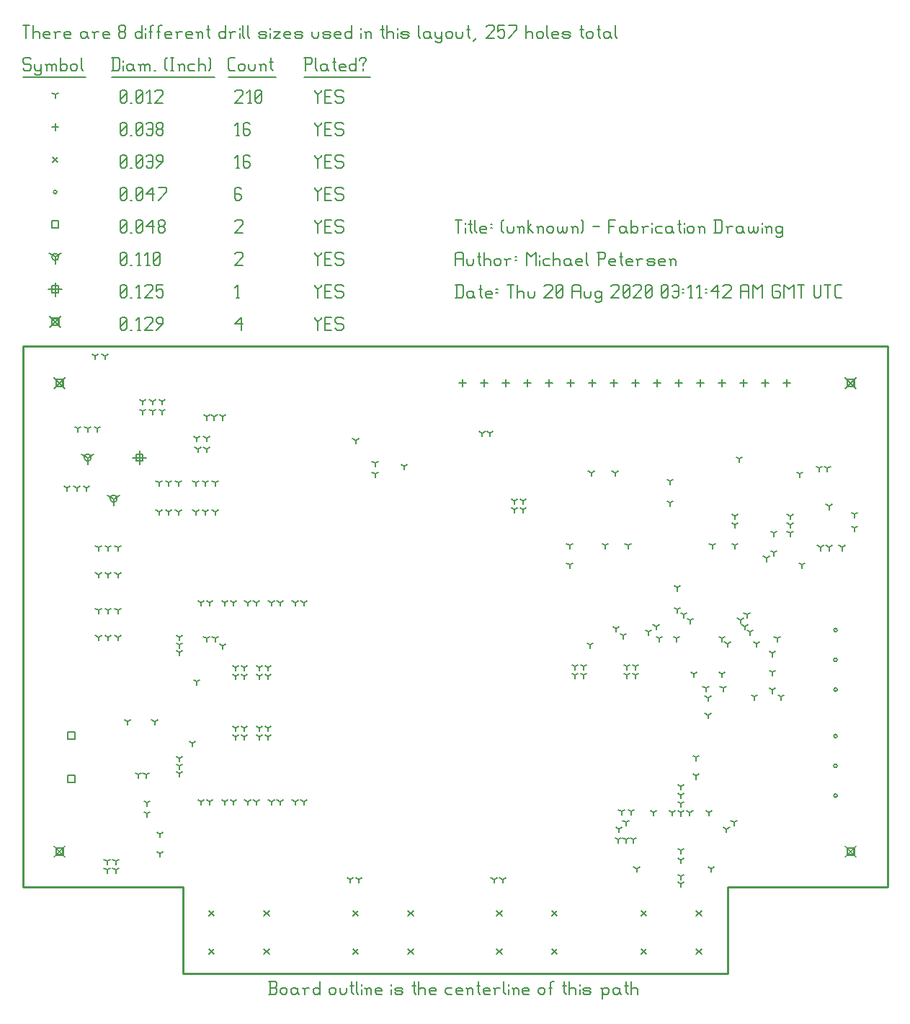
<source format=gbr>
G04 start of page 12 for group -3984 idx -3984 *
G04 Title: (unknown), fab *
G04 Creator: pcb 20140316 *
G04 CreationDate: Thu 20 Aug 2020 03:11:42 AM GMT UTC *
G04 For: railfan *
G04 Format: Gerber/RS-274X *
G04 PCB-Dimensions (mil): 4000.00 2900.00 *
G04 PCB-Coordinate-Origin: lower left *
%MOIN*%
%FSLAX25Y25*%
%LNFAB*%
%ADD133C,0.0100*%
%ADD132C,0.0060*%
%ADD131R,0.0080X0.0080*%
%ADD130C,0.0001*%
G54D130*G36*
X380600Y275966D02*X385966Y270600D01*
X385400Y270034D01*
X380034Y275400D01*
X380600Y275966D01*
G37*
G36*
X380034Y270600D02*X385400Y275966D01*
X385966Y275400D01*
X380600Y270034D01*
X380034Y270600D01*
G37*
G54D131*X381400Y274600D02*X384600D01*
X381400D02*Y271400D01*
X384600D01*
Y274600D02*Y271400D01*
G54D130*G36*
X14600Y59466D02*X19966Y54100D01*
X19400Y53534D01*
X14034Y58900D01*
X14600Y59466D01*
G37*
G36*
X14034Y54100D02*X19400Y59466D01*
X19966Y58900D01*
X14600Y53534D01*
X14034Y54100D01*
G37*
G54D131*X15400Y58100D02*X18600D01*
X15400D02*Y54900D01*
X18600D01*
Y58100D02*Y54900D01*
G54D130*G36*
X380600Y59466D02*X385966Y54100D01*
X385400Y53534D01*
X380034Y58900D01*
X380600Y59466D01*
G37*
G36*
X380034Y54100D02*X385400Y59466D01*
X385966Y58900D01*
X380600Y53534D01*
X380034Y54100D01*
G37*
G54D131*X381400Y58100D02*X384600D01*
X381400D02*Y54900D01*
X384600D01*
Y58100D02*Y54900D01*
G54D130*G36*
X14600Y275966D02*X19966Y270600D01*
X19400Y270034D01*
X14034Y275400D01*
X14600Y275966D01*
G37*
G36*
X14034Y270600D02*X19400Y275966D01*
X19966Y275400D01*
X14600Y270034D01*
X14034Y270600D01*
G37*
G54D131*X15400Y274600D02*X18600D01*
X15400D02*Y271400D01*
X18600D01*
Y274600D02*Y271400D01*
G54D130*G36*
X12600Y304216D02*X17966Y298850D01*
X17400Y298284D01*
X12034Y303650D01*
X12600Y304216D01*
G37*
G36*
X12034Y298850D02*X17400Y304216D01*
X17966Y303650D01*
X12600Y298284D01*
X12034Y298850D01*
G37*
G54D131*X13400Y302850D02*X16600D01*
X13400D02*Y299650D01*
X16600D01*
Y302850D02*Y299650D01*
G54D132*X135000Y303500D02*Y302750D01*
X136500Y301250D01*
X138000Y302750D01*
Y303500D02*Y302750D01*
X136500Y301250D02*Y297500D01*
X139800Y300500D02*X142050D01*
X139800Y297500D02*X142800D01*
X139800Y303500D02*Y297500D01*
Y303500D02*X142800D01*
X147600D02*X148350Y302750D01*
X145350Y303500D02*X147600D01*
X144600Y302750D02*X145350Y303500D01*
X144600Y302750D02*Y301250D01*
X145350Y300500D01*
X147600D01*
X148350Y299750D01*
Y298250D01*
X147600Y297500D02*X148350Y298250D01*
X145350Y297500D02*X147600D01*
X144600Y298250D02*X145350Y297500D01*
X98000Y300500D02*X101000Y303500D01*
X98000Y300500D02*X101750D01*
X101000Y303500D02*Y297500D01*
X45000Y298250D02*X45750Y297500D01*
X45000Y302750D02*Y298250D01*
Y302750D02*X45750Y303500D01*
X47250D01*
X48000Y302750D01*
Y298250D01*
X47250Y297500D02*X48000Y298250D01*
X45750Y297500D02*X47250D01*
X45000Y299000D02*X48000Y302000D01*
X49800Y297500D02*X50550D01*
X53100D02*X54600D01*
X53850Y303500D02*Y297500D01*
X52350Y302000D02*X53850Y303500D01*
X56400Y302750D02*X57150Y303500D01*
X59400D01*
X60150Y302750D01*
Y301250D01*
X56400Y297500D02*X60150Y301250D01*
X56400Y297500D02*X60150D01*
X61950D02*X64950Y300500D01*
Y302750D02*Y300500D01*
X64200Y303500D02*X64950Y302750D01*
X62700Y303500D02*X64200D01*
X61950Y302750D02*X62700Y303500D01*
X61950Y302750D02*Y301250D01*
X62700Y300500D01*
X64950D01*
X54000Y241700D02*Y235300D01*
X50800Y238500D02*X57200D01*
X52400Y240100D02*X55600D01*
X52400D02*Y236900D01*
X55600D01*
Y240100D02*Y236900D01*
X15000Y319450D02*Y313050D01*
X11800Y316250D02*X18200D01*
X13400Y317850D02*X16600D01*
X13400D02*Y314650D01*
X16600D01*
Y317850D02*Y314650D01*
X135000Y318500D02*Y317750D01*
X136500Y316250D01*
X138000Y317750D01*
Y318500D02*Y317750D01*
X136500Y316250D02*Y312500D01*
X139800Y315500D02*X142050D01*
X139800Y312500D02*X142800D01*
X139800Y318500D02*Y312500D01*
Y318500D02*X142800D01*
X147600D02*X148350Y317750D01*
X145350Y318500D02*X147600D01*
X144600Y317750D02*X145350Y318500D01*
X144600Y317750D02*Y316250D01*
X145350Y315500D01*
X147600D01*
X148350Y314750D01*
Y313250D01*
X147600Y312500D02*X148350Y313250D01*
X145350Y312500D02*X147600D01*
X144600Y313250D02*X145350Y312500D01*
X98750D02*X100250D01*
X99500Y318500D02*Y312500D01*
X98000Y317000D02*X99500Y318500D01*
X45000Y313250D02*X45750Y312500D01*
X45000Y317750D02*Y313250D01*
Y317750D02*X45750Y318500D01*
X47250D01*
X48000Y317750D01*
Y313250D01*
X47250Y312500D02*X48000Y313250D01*
X45750Y312500D02*X47250D01*
X45000Y314000D02*X48000Y317000D01*
X49800Y312500D02*X50550D01*
X53100D02*X54600D01*
X53850Y318500D02*Y312500D01*
X52350Y317000D02*X53850Y318500D01*
X56400Y317750D02*X57150Y318500D01*
X59400D01*
X60150Y317750D01*
Y316250D01*
X56400Y312500D02*X60150Y316250D01*
X56400Y312500D02*X60150D01*
X61950Y318500D02*X64950D01*
X61950D02*Y315500D01*
X62700Y316250D01*
X64200D01*
X64950Y315500D01*
Y313250D01*
X64200Y312500D02*X64950Y313250D01*
X62700Y312500D02*X64200D01*
X61950Y313250D02*X62700Y312500D01*
X30000Y238500D02*Y235300D01*
Y238500D02*X32773Y240100D01*
X30000Y238500D02*X27227Y240100D01*
X28400Y238500D02*G75*G03X31600Y238500I1600J0D01*G01*
G75*G03X28400Y238500I-1600J0D01*G01*
X42000Y219500D02*Y216300D01*
Y219500D02*X44773Y221100D01*
X42000Y219500D02*X39227Y221100D01*
X40400Y219500D02*G75*G03X43600Y219500I1600J0D01*G01*
G75*G03X40400Y219500I-1600J0D01*G01*
X15000Y331250D02*Y328050D01*
Y331250D02*X17773Y332850D01*
X15000Y331250D02*X12227Y332850D01*
X13400Y331250D02*G75*G03X16600Y331250I1600J0D01*G01*
G75*G03X13400Y331250I-1600J0D01*G01*
X135000Y333500D02*Y332750D01*
X136500Y331250D01*
X138000Y332750D01*
Y333500D02*Y332750D01*
X136500Y331250D02*Y327500D01*
X139800Y330500D02*X142050D01*
X139800Y327500D02*X142800D01*
X139800Y333500D02*Y327500D01*
Y333500D02*X142800D01*
X147600D02*X148350Y332750D01*
X145350Y333500D02*X147600D01*
X144600Y332750D02*X145350Y333500D01*
X144600Y332750D02*Y331250D01*
X145350Y330500D01*
X147600D01*
X148350Y329750D01*
Y328250D01*
X147600Y327500D02*X148350Y328250D01*
X145350Y327500D02*X147600D01*
X144600Y328250D02*X145350Y327500D01*
X98000Y332750D02*X98750Y333500D01*
X101000D01*
X101750Y332750D01*
Y331250D01*
X98000Y327500D02*X101750Y331250D01*
X98000Y327500D02*X101750D01*
X45000Y328250D02*X45750Y327500D01*
X45000Y332750D02*Y328250D01*
Y332750D02*X45750Y333500D01*
X47250D01*
X48000Y332750D01*
Y328250D01*
X47250Y327500D02*X48000Y328250D01*
X45750Y327500D02*X47250D01*
X45000Y329000D02*X48000Y332000D01*
X49800Y327500D02*X50550D01*
X53100D02*X54600D01*
X53850Y333500D02*Y327500D01*
X52350Y332000D02*X53850Y333500D01*
X57150Y327500D02*X58650D01*
X57900Y333500D02*Y327500D01*
X56400Y332000D02*X57900Y333500D01*
X60450Y328250D02*X61200Y327500D01*
X60450Y332750D02*Y328250D01*
Y332750D02*X61200Y333500D01*
X62700D01*
X63450Y332750D01*
Y328250D01*
X62700Y327500D02*X63450Y328250D01*
X61200Y327500D02*X62700D01*
X60450Y329000D02*X63450Y332000D01*
X20900Y111600D02*X24100D01*
X20900D02*Y108400D01*
X24100D01*
Y111600D02*Y108400D01*
X20900Y91600D02*X24100D01*
X20900D02*Y88400D01*
X24100D01*
Y91600D02*Y88400D01*
X13400Y347850D02*X16600D01*
X13400D02*Y344650D01*
X16600D01*
Y347850D02*Y344650D01*
X135000Y348500D02*Y347750D01*
X136500Y346250D01*
X138000Y347750D01*
Y348500D02*Y347750D01*
X136500Y346250D02*Y342500D01*
X139800Y345500D02*X142050D01*
X139800Y342500D02*X142800D01*
X139800Y348500D02*Y342500D01*
Y348500D02*X142800D01*
X147600D02*X148350Y347750D01*
X145350Y348500D02*X147600D01*
X144600Y347750D02*X145350Y348500D01*
X144600Y347750D02*Y346250D01*
X145350Y345500D01*
X147600D01*
X148350Y344750D01*
Y343250D01*
X147600Y342500D02*X148350Y343250D01*
X145350Y342500D02*X147600D01*
X144600Y343250D02*X145350Y342500D01*
X98000Y347750D02*X98750Y348500D01*
X101000D01*
X101750Y347750D01*
Y346250D01*
X98000Y342500D02*X101750Y346250D01*
X98000Y342500D02*X101750D01*
X45000Y343250D02*X45750Y342500D01*
X45000Y347750D02*Y343250D01*
Y347750D02*X45750Y348500D01*
X47250D01*
X48000Y347750D01*
Y343250D01*
X47250Y342500D02*X48000Y343250D01*
X45750Y342500D02*X47250D01*
X45000Y344000D02*X48000Y347000D01*
X49800Y342500D02*X50550D01*
X52350Y343250D02*X53100Y342500D01*
X52350Y347750D02*Y343250D01*
Y347750D02*X53100Y348500D01*
X54600D01*
X55350Y347750D01*
Y343250D01*
X54600Y342500D02*X55350Y343250D01*
X53100Y342500D02*X54600D01*
X52350Y344000D02*X55350Y347000D01*
X57150Y345500D02*X60150Y348500D01*
X57150Y345500D02*X60900D01*
X60150Y348500D02*Y342500D01*
X62700Y343250D02*X63450Y342500D01*
X62700Y344750D02*Y343250D01*
Y344750D02*X63450Y345500D01*
X64950D01*
X65700Y344750D01*
Y343250D01*
X64950Y342500D02*X65700Y343250D01*
X63450Y342500D02*X64950D01*
X62700Y346250D02*X63450Y345500D01*
X62700Y347750D02*Y346250D01*
Y347750D02*X63450Y348500D01*
X64950D01*
X65700Y347750D01*
Y346250D01*
X64950Y345500D02*X65700Y346250D01*
X375200Y82220D02*G75*G03X376800Y82220I800J0D01*G01*
G75*G03X375200Y82220I-800J0D01*G01*
Y96000D02*G75*G03X376800Y96000I800J0D01*G01*
G75*G03X375200Y96000I-800J0D01*G01*
Y109779D02*G75*G03X376800Y109779I800J0D01*G01*
G75*G03X375200Y109779I-800J0D01*G01*
Y131220D02*G75*G03X376800Y131220I800J0D01*G01*
G75*G03X375200Y131220I-800J0D01*G01*
Y145000D02*G75*G03X376800Y145000I800J0D01*G01*
G75*G03X375200Y145000I-800J0D01*G01*
Y158779D02*G75*G03X376800Y158779I800J0D01*G01*
G75*G03X375200Y158779I-800J0D01*G01*
X14200Y361250D02*G75*G03X15800Y361250I800J0D01*G01*
G75*G03X14200Y361250I-800J0D01*G01*
X135000Y363500D02*Y362750D01*
X136500Y361250D01*
X138000Y362750D01*
Y363500D02*Y362750D01*
X136500Y361250D02*Y357500D01*
X139800Y360500D02*X142050D01*
X139800Y357500D02*X142800D01*
X139800Y363500D02*Y357500D01*
Y363500D02*X142800D01*
X147600D02*X148350Y362750D01*
X145350Y363500D02*X147600D01*
X144600Y362750D02*X145350Y363500D01*
X144600Y362750D02*Y361250D01*
X145350Y360500D01*
X147600D01*
X148350Y359750D01*
Y358250D01*
X147600Y357500D02*X148350Y358250D01*
X145350Y357500D02*X147600D01*
X144600Y358250D02*X145350Y357500D01*
X100250Y363500D02*X101000Y362750D01*
X98750Y363500D02*X100250D01*
X98000Y362750D02*X98750Y363500D01*
X98000Y362750D02*Y358250D01*
X98750Y357500D01*
X100250Y360500D02*X101000Y359750D01*
X98000Y360500D02*X100250D01*
X98750Y357500D02*X100250D01*
X101000Y358250D01*
Y359750D02*Y358250D01*
X45000D02*X45750Y357500D01*
X45000Y362750D02*Y358250D01*
Y362750D02*X45750Y363500D01*
X47250D01*
X48000Y362750D01*
Y358250D01*
X47250Y357500D02*X48000Y358250D01*
X45750Y357500D02*X47250D01*
X45000Y359000D02*X48000Y362000D01*
X49800Y357500D02*X50550D01*
X52350Y358250D02*X53100Y357500D01*
X52350Y362750D02*Y358250D01*
Y362750D02*X53100Y363500D01*
X54600D01*
X55350Y362750D01*
Y358250D01*
X54600Y357500D02*X55350Y358250D01*
X53100Y357500D02*X54600D01*
X52350Y359000D02*X55350Y362000D01*
X57150Y360500D02*X60150Y363500D01*
X57150Y360500D02*X60900D01*
X60150Y363500D02*Y357500D01*
X62700D02*X66450Y361250D01*
Y363500D02*Y361250D01*
X62700Y363500D02*X66450D01*
X111595Y11342D02*X113995Y8942D01*
X111595D02*X113995Y11342D01*
X86005D02*X88405Y8942D01*
X86005D02*X88405Y11342D01*
X111595Y29058D02*X113995Y26658D01*
X111595D02*X113995Y29058D01*
X86005D02*X88405Y26658D01*
X86005D02*X88405Y29058D01*
X178295Y11342D02*X180695Y8942D01*
X178295D02*X180695Y11342D01*
X152705D02*X155105Y8942D01*
X152705D02*X155105Y11342D01*
X178295Y29058D02*X180695Y26658D01*
X178295D02*X180695Y29058D01*
X152705D02*X155105Y26658D01*
X152705D02*X155105Y29058D01*
X244895Y11342D02*X247295Y8942D01*
X244895D02*X247295Y11342D01*
X219305D02*X221705Y8942D01*
X219305D02*X221705Y11342D01*
X244895Y29058D02*X247295Y26658D01*
X244895D02*X247295Y29058D01*
X219305D02*X221705Y26658D01*
X219305D02*X221705Y29058D01*
X311595Y11342D02*X313995Y8942D01*
X311595D02*X313995Y11342D01*
X286005D02*X288405Y8942D01*
X286005D02*X288405Y11342D01*
X311595Y29058D02*X313995Y26658D01*
X311595D02*X313995Y29058D01*
X286005D02*X288405Y26658D01*
X286005D02*X288405Y29058D01*
X13800Y377450D02*X16200Y375050D01*
X13800D02*X16200Y377450D01*
X135000Y378500D02*Y377750D01*
X136500Y376250D01*
X138000Y377750D01*
Y378500D02*Y377750D01*
X136500Y376250D02*Y372500D01*
X139800Y375500D02*X142050D01*
X139800Y372500D02*X142800D01*
X139800Y378500D02*Y372500D01*
Y378500D02*X142800D01*
X147600D02*X148350Y377750D01*
X145350Y378500D02*X147600D01*
X144600Y377750D02*X145350Y378500D01*
X144600Y377750D02*Y376250D01*
X145350Y375500D01*
X147600D01*
X148350Y374750D01*
Y373250D01*
X147600Y372500D02*X148350Y373250D01*
X145350Y372500D02*X147600D01*
X144600Y373250D02*X145350Y372500D01*
X98750D02*X100250D01*
X99500Y378500D02*Y372500D01*
X98000Y377000D02*X99500Y378500D01*
X104300D02*X105050Y377750D01*
X102800Y378500D02*X104300D01*
X102050Y377750D02*X102800Y378500D01*
X102050Y377750D02*Y373250D01*
X102800Y372500D01*
X104300Y375500D02*X105050Y374750D01*
X102050Y375500D02*X104300D01*
X102800Y372500D02*X104300D01*
X105050Y373250D01*
Y374750D02*Y373250D01*
X45000D02*X45750Y372500D01*
X45000Y377750D02*Y373250D01*
Y377750D02*X45750Y378500D01*
X47250D01*
X48000Y377750D01*
Y373250D01*
X47250Y372500D02*X48000Y373250D01*
X45750Y372500D02*X47250D01*
X45000Y374000D02*X48000Y377000D01*
X49800Y372500D02*X50550D01*
X52350Y373250D02*X53100Y372500D01*
X52350Y377750D02*Y373250D01*
Y377750D02*X53100Y378500D01*
X54600D01*
X55350Y377750D01*
Y373250D01*
X54600Y372500D02*X55350Y373250D01*
X53100Y372500D02*X54600D01*
X52350Y374000D02*X55350Y377000D01*
X57150Y377750D02*X57900Y378500D01*
X59400D01*
X60150Y377750D01*
Y373250D01*
X59400Y372500D02*X60150Y373250D01*
X57900Y372500D02*X59400D01*
X57150Y373250D02*X57900Y372500D01*
Y375500D02*X60150D01*
X61950Y372500D02*X64950Y375500D01*
Y377750D02*Y375500D01*
X64200Y378500D02*X64950Y377750D01*
X62700Y378500D02*X64200D01*
X61950Y377750D02*X62700Y378500D01*
X61950Y377750D02*Y376250D01*
X62700Y375500D01*
X64950D01*
X353500Y274600D02*Y271400D01*
X351900Y273000D02*X355100D01*
X343500Y274600D02*Y271400D01*
X341900Y273000D02*X345100D01*
X333500Y274600D02*Y271400D01*
X331900Y273000D02*X335100D01*
X323500Y274600D02*Y271400D01*
X321900Y273000D02*X325100D01*
X313500Y274600D02*Y271400D01*
X311900Y273000D02*X315100D01*
X303500Y274600D02*Y271400D01*
X301900Y273000D02*X305100D01*
X293500Y274600D02*Y271400D01*
X291900Y273000D02*X295100D01*
X283500Y274600D02*Y271400D01*
X281900Y273000D02*X285100D01*
X273500Y274600D02*Y271400D01*
X271900Y273000D02*X275100D01*
X263500Y274600D02*Y271400D01*
X261900Y273000D02*X265100D01*
X253500Y274600D02*Y271400D01*
X251900Y273000D02*X255100D01*
X243500Y274600D02*Y271400D01*
X241900Y273000D02*X245100D01*
X233500Y274600D02*Y271400D01*
X231900Y273000D02*X235100D01*
X223500Y274600D02*Y271400D01*
X221900Y273000D02*X225100D01*
X213500Y274600D02*Y271400D01*
X211900Y273000D02*X215100D01*
X203500Y274600D02*Y271400D01*
X201900Y273000D02*X205100D01*
X15000Y392850D02*Y389650D01*
X13400Y391250D02*X16600D01*
X135000Y393500D02*Y392750D01*
X136500Y391250D01*
X138000Y392750D01*
Y393500D02*Y392750D01*
X136500Y391250D02*Y387500D01*
X139800Y390500D02*X142050D01*
X139800Y387500D02*X142800D01*
X139800Y393500D02*Y387500D01*
Y393500D02*X142800D01*
X147600D02*X148350Y392750D01*
X145350Y393500D02*X147600D01*
X144600Y392750D02*X145350Y393500D01*
X144600Y392750D02*Y391250D01*
X145350Y390500D01*
X147600D01*
X148350Y389750D01*
Y388250D01*
X147600Y387500D02*X148350Y388250D01*
X145350Y387500D02*X147600D01*
X144600Y388250D02*X145350Y387500D01*
X98750D02*X100250D01*
X99500Y393500D02*Y387500D01*
X98000Y392000D02*X99500Y393500D01*
X104300D02*X105050Y392750D01*
X102800Y393500D02*X104300D01*
X102050Y392750D02*X102800Y393500D01*
X102050Y392750D02*Y388250D01*
X102800Y387500D01*
X104300Y390500D02*X105050Y389750D01*
X102050Y390500D02*X104300D01*
X102800Y387500D02*X104300D01*
X105050Y388250D01*
Y389750D02*Y388250D01*
X45000D02*X45750Y387500D01*
X45000Y392750D02*Y388250D01*
Y392750D02*X45750Y393500D01*
X47250D01*
X48000Y392750D01*
Y388250D01*
X47250Y387500D02*X48000Y388250D01*
X45750Y387500D02*X47250D01*
X45000Y389000D02*X48000Y392000D01*
X49800Y387500D02*X50550D01*
X52350Y388250D02*X53100Y387500D01*
X52350Y392750D02*Y388250D01*
Y392750D02*X53100Y393500D01*
X54600D01*
X55350Y392750D01*
Y388250D01*
X54600Y387500D02*X55350Y388250D01*
X53100Y387500D02*X54600D01*
X52350Y389000D02*X55350Y392000D01*
X57150Y392750D02*X57900Y393500D01*
X59400D01*
X60150Y392750D01*
Y388250D01*
X59400Y387500D02*X60150Y388250D01*
X57900Y387500D02*X59400D01*
X57150Y388250D02*X57900Y387500D01*
Y390500D02*X60150D01*
X61950Y388250D02*X62700Y387500D01*
X61950Y389750D02*Y388250D01*
Y389750D02*X62700Y390500D01*
X64200D01*
X64950Y389750D01*
Y388250D01*
X64200Y387500D02*X64950Y388250D01*
X62700Y387500D02*X64200D01*
X61950Y391250D02*X62700Y390500D01*
X61950Y392750D02*Y391250D01*
Y392750D02*X62700Y393500D01*
X64200D01*
X64950Y392750D01*
Y391250D01*
X64200Y390500D02*X64950Y391250D01*
X212600Y249800D02*Y248200D01*
Y249800D02*X213987Y250600D01*
X212600Y249800D02*X211213Y250600D01*
X216200Y249800D02*Y248200D01*
Y249800D02*X217587Y250600D01*
X216200Y249800D02*X214813Y250600D01*
X85100Y257400D02*Y255800D01*
Y257400D02*X86487Y258200D01*
X85100Y257400D02*X83713Y258200D01*
X92400Y257400D02*Y255800D01*
Y257400D02*X93787Y258200D01*
X92400Y257400D02*X91013Y258200D01*
X88600Y257400D02*Y255800D01*
Y257400D02*X89987Y258200D01*
X88600Y257400D02*X87213Y258200D01*
X84500Y213500D02*Y211900D01*
Y213500D02*X85887Y214300D01*
X84500Y213500D02*X83113Y214300D01*
X80000Y213500D02*Y211900D01*
Y213500D02*X81387Y214300D01*
X80000Y213500D02*X78613Y214300D01*
X84500Y227000D02*Y225400D01*
Y227000D02*X85887Y227800D01*
X84500Y227000D02*X83113Y227800D01*
X89000Y227000D02*Y225400D01*
Y227000D02*X90387Y227800D01*
X89000Y227000D02*X87613Y227800D01*
X80000Y227000D02*Y225400D01*
Y227000D02*X81387Y227800D01*
X80000Y227000D02*X78613Y227800D01*
X85000Y247500D02*Y245900D01*
Y247500D02*X86387Y248300D01*
X85000Y247500D02*X83613Y248300D01*
X80500Y247500D02*Y245900D01*
Y247500D02*X81887Y248300D01*
X80500Y247500D02*X79113Y248300D01*
X81000Y242500D02*Y240900D01*
Y242500D02*X82387Y243300D01*
X81000Y242500D02*X79613Y243300D01*
X85000Y242500D02*Y240900D01*
Y242500D02*X86387Y243300D01*
X85000Y242500D02*X83613Y243300D01*
X163000Y236000D02*Y234400D01*
Y236000D02*X164387Y236800D01*
X163000Y236000D02*X161613Y236800D01*
X163000Y231000D02*Y229400D01*
Y231000D02*X164387Y231800D01*
X163000Y231000D02*X161613Y231800D01*
X102500Y137500D02*Y135900D01*
Y137500D02*X103887Y138300D01*
X102500Y137500D02*X101113Y138300D01*
X109500Y137500D02*Y135900D01*
Y137500D02*X110887Y138300D01*
X109500Y137500D02*X108113Y138300D01*
X98500Y137500D02*Y135900D01*
Y137500D02*X99887Y138300D01*
X98500Y137500D02*X97113Y138300D01*
X113500Y137500D02*Y135900D01*
Y137500D02*X114887Y138300D01*
X113500Y137500D02*X112113Y138300D01*
X102500Y113500D02*Y111900D01*
Y113500D02*X103887Y114300D01*
X102500Y113500D02*X101113Y114300D01*
X109500Y113500D02*Y111900D01*
Y113500D02*X110887Y114300D01*
X109500Y113500D02*X108113Y114300D01*
X98500Y113500D02*Y111900D01*
Y113500D02*X99887Y114300D01*
X98500Y113500D02*X97113Y114300D01*
X113500Y113500D02*Y111900D01*
Y113500D02*X114887Y114300D01*
X113500Y113500D02*X112113Y114300D01*
X102500Y109500D02*Y107900D01*
Y109500D02*X103887Y110300D01*
X102500Y109500D02*X101113Y110300D01*
X109500Y109500D02*Y107900D01*
Y109500D02*X110887Y110300D01*
X109500Y109500D02*X108113Y110300D01*
X98500Y109500D02*Y107900D01*
Y109500D02*X99887Y110300D01*
X98500Y109500D02*X97113Y110300D01*
X113500Y109500D02*Y107900D01*
Y109500D02*X114887Y110300D01*
X113500Y109500D02*X112113Y110300D01*
X102500Y141500D02*Y139900D01*
Y141500D02*X103887Y142300D01*
X102500Y141500D02*X101113Y142300D01*
X109500Y141500D02*Y139900D01*
Y141500D02*X110887Y142300D01*
X109500Y141500D02*X108113Y142300D01*
X98500Y141500D02*Y139900D01*
Y141500D02*X99887Y142300D01*
X98500Y141500D02*X97113Y142300D01*
X113500Y141500D02*Y139900D01*
Y141500D02*X114887Y142300D01*
X113500Y141500D02*X112113Y142300D01*
X86500Y79500D02*Y77900D01*
Y79500D02*X87887Y80300D01*
X86500Y79500D02*X85113Y80300D01*
X93500Y79500D02*Y77900D01*
Y79500D02*X94887Y80300D01*
X93500Y79500D02*X92113Y80300D01*
X82500Y79500D02*Y77900D01*
Y79500D02*X83887Y80300D01*
X82500Y79500D02*X81113Y80300D01*
X97500Y79500D02*Y77900D01*
Y79500D02*X98887Y80300D01*
X97500Y79500D02*X96113Y80300D01*
X108000Y79500D02*Y77900D01*
Y79500D02*X109387Y80300D01*
X108000Y79500D02*X106613Y80300D01*
X115000Y79500D02*Y77900D01*
Y79500D02*X116387Y80300D01*
X115000Y79500D02*X113613Y80300D01*
X104000Y79500D02*Y77900D01*
Y79500D02*X105387Y80300D01*
X104000Y79500D02*X102613Y80300D01*
X119000Y79500D02*Y77900D01*
Y79500D02*X120387Y80300D01*
X119000Y79500D02*X117613Y80300D01*
X126000Y79500D02*Y77900D01*
Y79500D02*X127387Y80300D01*
X126000Y79500D02*X124613Y80300D01*
X130000Y79500D02*Y77900D01*
Y79500D02*X131387Y80300D01*
X130000Y79500D02*X128613Y80300D01*
X60000Y264500D02*Y262900D01*
Y264500D02*X61387Y265300D01*
X60000Y264500D02*X58613Y265300D01*
X64500Y264500D02*Y262900D01*
Y264500D02*X65887Y265300D01*
X64500Y264500D02*X63113Y265300D01*
X55500Y264500D02*Y262900D01*
Y264500D02*X56887Y265300D01*
X55500Y264500D02*X54113Y265300D01*
X67500Y227000D02*Y225400D01*
Y227000D02*X68887Y227800D01*
X67500Y227000D02*X66113Y227800D01*
X72000Y227000D02*Y225400D01*
Y227000D02*X73387Y227800D01*
X72000Y227000D02*X70613Y227800D01*
X63000Y227000D02*Y225400D01*
Y227000D02*X64387Y227800D01*
X63000Y227000D02*X61613Y227800D01*
X67500Y213500D02*Y211900D01*
Y213500D02*X68887Y214300D01*
X67500Y213500D02*X66113Y214300D01*
X72000Y213500D02*Y211900D01*
Y213500D02*X73387Y214300D01*
X72000Y213500D02*X70613Y214300D01*
X63000Y213500D02*Y211900D01*
Y213500D02*X64387Y214300D01*
X63000Y213500D02*X61613Y214300D01*
X39500Y184500D02*Y182900D01*
Y184500D02*X40887Y185300D01*
X39500Y184500D02*X38113Y185300D01*
X44000Y184500D02*Y182900D01*
Y184500D02*X45387Y185300D01*
X44000Y184500D02*X42613Y185300D01*
X35000Y184500D02*Y182900D01*
Y184500D02*X36387Y185300D01*
X35000Y184500D02*X33613Y185300D01*
X39500Y155500D02*Y153900D01*
Y155500D02*X40887Y156300D01*
X39500Y155500D02*X38113Y156300D01*
X44000Y155500D02*Y153900D01*
Y155500D02*X45387Y156300D01*
X44000Y155500D02*X42613Y156300D01*
X35000Y155500D02*Y153900D01*
Y155500D02*X36387Y156300D01*
X35000Y155500D02*X33613Y156300D01*
X39500Y168000D02*Y166400D01*
Y168000D02*X40887Y168800D01*
X39500Y168000D02*X38113Y168800D01*
X44000Y168000D02*Y166400D01*
Y168000D02*X45387Y168800D01*
X44000Y168000D02*X42613Y168800D01*
X35000Y168000D02*Y166400D01*
Y168000D02*X36387Y168800D01*
X35000Y168000D02*X33613Y168800D01*
X39500Y197000D02*Y195400D01*
Y197000D02*X40887Y197800D01*
X39500Y197000D02*X38113Y197800D01*
X44000Y197000D02*Y195400D01*
Y197000D02*X45387Y197800D01*
X44000Y197000D02*X42613Y197800D01*
X35000Y197000D02*Y195400D01*
Y197000D02*X36387Y197800D01*
X35000Y197000D02*X33613Y197800D01*
X60000Y260000D02*Y258400D01*
Y260000D02*X61387Y260800D01*
X60000Y260000D02*X58613Y260800D01*
X64500Y260000D02*Y258400D01*
Y260000D02*X65887Y260800D01*
X64500Y260000D02*X63113Y260800D01*
X55500Y260000D02*Y258400D01*
Y260000D02*X56887Y260800D01*
X55500Y260000D02*X54113Y260800D01*
X86500Y171500D02*Y169900D01*
Y171500D02*X87887Y172300D01*
X86500Y171500D02*X85113Y172300D01*
X93500Y171500D02*Y169900D01*
Y171500D02*X94887Y172300D01*
X93500Y171500D02*X92113Y172300D01*
X82500Y171500D02*Y169900D01*
Y171500D02*X83887Y172300D01*
X82500Y171500D02*X81113Y172300D01*
X97500Y171500D02*Y169900D01*
Y171500D02*X98887Y172300D01*
X97500Y171500D02*X96113Y172300D01*
X108000Y171500D02*Y169900D01*
Y171500D02*X109387Y172300D01*
X108000Y171500D02*X106613Y172300D01*
X115000Y171500D02*Y169900D01*
Y171500D02*X116387Y172300D01*
X115000Y171500D02*X113613Y172300D01*
X104000Y171500D02*Y169900D01*
Y171500D02*X105387Y172300D01*
X104000Y171500D02*X102613Y172300D01*
X119000Y171500D02*Y169900D01*
Y171500D02*X120387Y172300D01*
X119000Y171500D02*X117613Y172300D01*
X126000Y171500D02*Y169900D01*
Y171500D02*X127387Y172300D01*
X126000Y171500D02*X124613Y172300D01*
X130000Y171500D02*Y169900D01*
Y171500D02*X131387Y172300D01*
X130000Y171500D02*X128613Y172300D01*
X57500Y74000D02*Y72400D01*
Y74000D02*X58887Y74800D01*
X57500Y74000D02*X56113Y74800D01*
X89000Y213500D02*Y211900D01*
Y213500D02*X90387Y214300D01*
X89000Y213500D02*X87613Y214300D01*
X57500Y79000D02*Y77400D01*
Y79000D02*X58887Y79800D01*
X57500Y79000D02*X56113Y79800D01*
X30000Y252000D02*Y250400D01*
Y252000D02*X31387Y252800D01*
X30000Y252000D02*X28613Y252800D01*
X34500Y252000D02*Y250400D01*
Y252000D02*X35887Y252800D01*
X34500Y252000D02*X33113Y252800D01*
X25500Y252000D02*Y250400D01*
Y252000D02*X26887Y252800D01*
X25500Y252000D02*X24113Y252800D01*
X25000Y224500D02*Y222900D01*
Y224500D02*X26387Y225300D01*
X25000Y224500D02*X23613Y225300D01*
X29500Y224500D02*Y222900D01*
Y224500D02*X30887Y225300D01*
X29500Y224500D02*X28113Y225300D01*
X20500Y224500D02*Y222900D01*
Y224500D02*X21887Y225300D01*
X20500Y224500D02*X19113Y225300D01*
X38000Y285500D02*Y283900D01*
Y285500D02*X39387Y286300D01*
X38000Y285500D02*X36613Y286300D01*
X33500Y285500D02*Y283900D01*
Y285500D02*X34887Y286300D01*
X33500Y285500D02*X32113Y286300D01*
X72500Y99500D02*Y97900D01*
Y99500D02*X73887Y100300D01*
X72500Y99500D02*X71113Y100300D01*
X72500Y96000D02*Y94400D01*
Y96000D02*X73887Y96800D01*
X72500Y96000D02*X71113Y96800D01*
X72500Y92500D02*Y90900D01*
Y92500D02*X73887Y93300D01*
X72500Y92500D02*X71113Y93300D01*
X346800Y139300D02*Y137700D01*
Y139300D02*X348187Y140100D01*
X346800Y139300D02*X345413Y140100D01*
X346800Y131100D02*Y129500D01*
Y131100D02*X348187Y131900D01*
X346800Y131100D02*X345413Y131900D01*
X346800Y148100D02*Y146500D01*
Y148100D02*X348187Y148900D01*
X346800Y148100D02*X345413Y148900D01*
X302700Y168300D02*Y166700D01*
Y168300D02*X304087Y169100D01*
X302700Y168300D02*X301313Y169100D01*
X329400Y198000D02*Y196400D01*
Y198000D02*X330787Y198800D01*
X329400Y198000D02*X328013Y198800D01*
X299500Y227700D02*Y226100D01*
Y227700D02*X300887Y228500D01*
X299500Y227700D02*X298113Y228500D01*
X280000Y198000D02*Y196400D01*
Y198000D02*X281387Y198800D01*
X280000Y198000D02*X278613Y198800D01*
X269500Y198000D02*Y196400D01*
Y198000D02*X270887Y198800D01*
X269500Y198000D02*X268113Y198800D01*
X302700Y178400D02*Y176800D01*
Y178400D02*X304087Y179200D01*
X302700Y178400D02*X301313Y179200D01*
X299500Y217600D02*Y216000D01*
Y217600D02*X300887Y218400D01*
X299500Y217600D02*X298113Y218400D01*
X319000Y198000D02*Y196400D01*
Y198000D02*X320387Y198800D01*
X319000Y198000D02*X317613Y198800D01*
X253000Y198000D02*Y196400D01*
Y198000D02*X254387Y198800D01*
X253000Y198000D02*X251613Y198800D01*
X253000Y189000D02*Y187400D01*
Y189000D02*X254387Y189800D01*
X253000Y189000D02*X251613Y189800D01*
X263000Y231500D02*Y229900D01*
Y231500D02*X264387Y232300D01*
X263000Y231500D02*X261613Y232300D01*
X274000Y231500D02*Y229900D01*
Y231500D02*X275387Y232300D01*
X274000Y231500D02*X272613Y232300D01*
X154000Y246500D02*Y244900D01*
Y246500D02*X155387Y247300D01*
X154000Y246500D02*X152613Y247300D01*
X176500Y234500D02*Y232900D01*
Y234500D02*X177887Y235300D01*
X176500Y234500D02*X175113Y235300D01*
X317000Y119500D02*Y117900D01*
Y119500D02*X318387Y120300D01*
X317000Y119500D02*X315613Y120300D01*
X317000Y127500D02*Y125900D01*
Y127500D02*X318387Y128300D01*
X317000Y127500D02*X315613Y128300D01*
X316000Y132000D02*Y130400D01*
Y132000D02*X317387Y132800D01*
X316000Y132000D02*X314613Y132800D01*
X305800Y166000D02*Y164400D01*
Y166000D02*X307187Y166800D01*
X305800Y166000D02*X304413Y166800D01*
X308900Y163300D02*Y161700D01*
Y163300D02*X310287Y164100D01*
X308900Y163300D02*X307513Y164100D01*
X304500Y82500D02*Y80900D01*
Y82500D02*X305887Y83300D01*
X304500Y82500D02*X303113Y83300D01*
X304500Y78700D02*Y77100D01*
Y78700D02*X305887Y79500D01*
X304500Y78700D02*X303113Y79500D01*
X304500Y86500D02*Y84900D01*
Y86500D02*X305887Y87300D01*
X304500Y86500D02*X303113Y87300D01*
X308600Y74500D02*Y72900D01*
Y74500D02*X309987Y75300D01*
X308600Y74500D02*X307213Y75300D01*
X300400Y74500D02*Y72900D01*
Y74500D02*X301787Y75300D01*
X300400Y74500D02*X299013Y75300D01*
X291700Y74500D02*Y72900D01*
Y74500D02*X293087Y75300D01*
X291700Y74500D02*X290313Y75300D01*
X317500Y74500D02*Y72900D01*
Y74500D02*X318887Y75300D01*
X317500Y74500D02*X316113Y75300D01*
X311500Y100000D02*Y98400D01*
Y100000D02*X312887Y100800D01*
X311500Y100000D02*X310113Y100800D01*
X284000Y48500D02*Y46900D01*
Y48500D02*X285387Y49300D01*
X284000Y48500D02*X282613Y49300D01*
X318500Y48500D02*Y46900D01*
Y48500D02*X319887Y49300D01*
X318500Y48500D02*X317113Y49300D01*
X304500Y74400D02*Y72800D01*
Y74400D02*X305887Y75200D01*
X304500Y74400D02*X303113Y75200D01*
X274500Y159500D02*Y157900D01*
Y159500D02*X275887Y160300D01*
X274500Y159500D02*X273113Y160300D01*
X277800Y156300D02*Y154700D01*
Y156300D02*X279187Y157100D01*
X277800Y156300D02*X276413Y157100D01*
X282500Y62000D02*Y60400D01*
Y62000D02*X283887Y62800D01*
X282500Y62000D02*X281113Y62800D01*
X279000Y62000D02*Y60400D01*
Y62000D02*X280387Y62800D01*
X279000Y62000D02*X277613Y62800D01*
X275500Y62000D02*Y60400D01*
Y62000D02*X276887Y62800D01*
X275500Y62000D02*X274113Y62800D01*
X262500Y152000D02*Y150400D01*
Y152000D02*X263887Y152800D01*
X262500Y152000D02*X261113Y152800D01*
X294500Y155000D02*Y153400D01*
Y155000D02*X295887Y155800D01*
X294500Y155000D02*X293113Y155800D01*
X355000Y207500D02*Y205900D01*
Y207500D02*X356387Y208300D01*
X355000Y207500D02*X353613Y208300D01*
X279500Y142000D02*Y140400D01*
Y142000D02*X280887Y142800D01*
X279500Y142000D02*X278113Y142800D01*
X283500Y142000D02*Y140400D01*
Y142000D02*X284887Y142800D01*
X283500Y142000D02*X282113Y142800D01*
X279500Y138000D02*Y136400D01*
Y138000D02*X280887Y138800D01*
X279500Y138000D02*X278113Y138800D01*
X283500Y138000D02*Y136400D01*
Y138000D02*X284887Y138800D01*
X283500Y138000D02*X282113Y138800D01*
X255500Y142000D02*Y140400D01*
Y142000D02*X256887Y142800D01*
X255500Y142000D02*X254113Y142800D01*
X259500Y142000D02*Y140400D01*
Y142000D02*X260887Y142800D01*
X259500Y142000D02*X258113Y142800D01*
X255500Y138000D02*Y136400D01*
Y138000D02*X256887Y138800D01*
X255500Y138000D02*X254113Y138800D01*
X259500Y138000D02*Y136400D01*
Y138000D02*X260887Y138800D01*
X259500Y138000D02*X258113Y138800D01*
X277000Y75000D02*Y73400D01*
Y75000D02*X278387Y75800D01*
X277000Y75000D02*X275613Y75800D01*
X227500Y218500D02*Y216900D01*
Y218500D02*X228887Y219300D01*
X227500Y218500D02*X226113Y219300D01*
X231500Y218500D02*Y216900D01*
Y218500D02*X232887Y219300D01*
X231500Y218500D02*X230113Y219300D01*
X227500Y214500D02*Y212900D01*
Y214500D02*X228887Y215300D01*
X227500Y214500D02*X226113Y215300D01*
X231500Y214500D02*Y212900D01*
Y214500D02*X232887Y215300D01*
X231500Y214500D02*X230113Y215300D01*
X39000Y52000D02*Y50400D01*
Y52000D02*X40387Y52800D01*
X39000Y52000D02*X37613Y52800D01*
X43000Y52000D02*Y50400D01*
Y52000D02*X44387Y52800D01*
X43000Y52000D02*X41613Y52800D01*
X39000Y48000D02*Y46400D01*
Y48000D02*X40387Y48800D01*
X39000Y48000D02*X37613Y48800D01*
X43000Y48000D02*Y46400D01*
Y48000D02*X44387Y48800D01*
X43000Y48000D02*X41613Y48800D01*
X218000Y43500D02*Y41900D01*
Y43500D02*X219387Y44300D01*
X218000Y43500D02*X216613Y44300D01*
X222000Y43500D02*Y41900D01*
Y43500D02*X223387Y44300D01*
X222000Y43500D02*X220613Y44300D01*
X151500Y43500D02*Y41900D01*
Y43500D02*X152887Y44300D01*
X151500Y43500D02*X150113Y44300D01*
X155500Y43500D02*Y41900D01*
Y43500D02*X156887Y44300D01*
X155500Y43500D02*X154113Y44300D01*
X329500Y207500D02*Y205900D01*
Y207500D02*X330887Y208300D01*
X329500Y207500D02*X328113Y208300D01*
X63500Y64500D02*Y62900D01*
Y64500D02*X64887Y65300D01*
X63500Y64500D02*X62113Y65300D01*
X63500Y55500D02*Y53900D01*
Y55500D02*X64887Y56300D01*
X63500Y55500D02*X62113Y56300D01*
X289500Y158000D02*Y156400D01*
Y158000D02*X290887Y158800D01*
X289500Y158000D02*X288113Y158800D01*
X293000Y160500D02*Y158900D01*
Y160500D02*X294387Y161300D01*
X293000Y160500D02*X291613Y161300D01*
X329000Y70000D02*Y68400D01*
Y70000D02*X330387Y70800D01*
X329000Y70000D02*X327613Y70800D01*
X325600Y66800D02*Y65200D01*
Y66800D02*X326987Y67600D01*
X325600Y66800D02*X324213Y67600D01*
X275700Y66800D02*Y65200D01*
Y66800D02*X277087Y67600D01*
X275700Y66800D02*X274313Y67600D01*
X279000Y70000D02*Y68400D01*
Y70000D02*X280387Y70800D01*
X279000Y70000D02*X277613Y70800D01*
X281500Y75000D02*Y73400D01*
Y75000D02*X282887Y75800D01*
X281500Y75000D02*X280113Y75800D01*
X78500Y106500D02*Y104900D01*
Y106500D02*X79887Y107300D01*
X78500Y106500D02*X77113Y107300D01*
X80500Y135000D02*Y133400D01*
Y135000D02*X81887Y135800D01*
X80500Y135000D02*X79113Y135800D01*
X329500Y211500D02*Y209900D01*
Y211500D02*X330887Y212300D01*
X329500Y211500D02*X328113Y212300D01*
X355000Y211500D02*Y209900D01*
Y211500D02*X356387Y212300D01*
X355000Y211500D02*X353613Y212300D01*
X336500Y158000D02*Y156400D01*
Y158000D02*X337887Y158800D01*
X336500Y158000D02*X335113Y158800D01*
X335000Y166000D02*Y164400D01*
Y166000D02*X336387Y166800D01*
X335000Y166000D02*X333613Y166800D01*
X304500Y41500D02*Y39900D01*
Y41500D02*X305887Y42300D01*
X304500Y41500D02*X303113Y42300D01*
X304500Y45000D02*Y43400D01*
Y45000D02*X305887Y45800D01*
X304500Y45000D02*X303113Y45800D01*
X304500Y52500D02*Y50900D01*
Y52500D02*X305887Y53300D01*
X304500Y52500D02*X303113Y53300D01*
X304500Y57000D02*Y55400D01*
Y57000D02*X305887Y57800D01*
X304500Y57000D02*X303113Y57800D01*
X331500Y238000D02*Y236400D01*
Y238000D02*X332887Y238800D01*
X331500Y238000D02*X330113Y238800D01*
X368506Y233594D02*Y231994D01*
Y233594D02*X369892Y234394D01*
X368506Y233594D02*X367119Y234394D01*
X372300Y233600D02*Y232000D01*
Y233600D02*X373687Y234400D01*
X372300Y233600D02*X370913Y234400D01*
X384700Y212200D02*Y210600D01*
Y212200D02*X386087Y213000D01*
X384700Y212200D02*X383313Y213000D01*
X384700Y206000D02*Y204400D01*
Y206000D02*X386087Y206800D01*
X384700Y206000D02*X383313Y206800D01*
X347500Y194600D02*Y193000D01*
Y194600D02*X348887Y195400D01*
X347500Y194600D02*X346113Y195400D01*
X369000Y197100D02*Y195500D01*
Y197100D02*X370387Y197900D01*
X369000Y197100D02*X367613Y197900D01*
X379000Y197100D02*Y195500D01*
Y197100D02*X380387Y197900D01*
X379000Y197100D02*X377613Y197900D01*
X344000Y192100D02*Y190500D01*
Y192100D02*X345387Y192900D01*
X344000Y192100D02*X342613Y192900D01*
X373000Y197100D02*Y195500D01*
Y197100D02*X374387Y197900D01*
X373000Y197100D02*X371613Y197900D01*
X373000Y216100D02*Y214500D01*
Y216100D02*X374387Y216900D01*
X373000Y216100D02*X371613Y216900D01*
X355000Y203600D02*Y202000D01*
Y203600D02*X356387Y204400D01*
X355000Y203600D02*X353613Y204400D01*
X347500Y203600D02*Y202000D01*
Y203600D02*X348887Y204400D01*
X347500Y203600D02*X346113Y204400D01*
X359500Y231000D02*Y229400D01*
Y231000D02*X360887Y231800D01*
X359500Y231000D02*X358113Y231800D01*
X360500Y189000D02*Y187400D01*
Y189000D02*X361887Y189800D01*
X360500Y189000D02*X359113Y189800D01*
X338500Y128000D02*Y126400D01*
Y128000D02*X339887Y128800D01*
X338500Y128000D02*X337113Y128800D01*
X332000Y163500D02*Y161900D01*
Y163500D02*X333387Y164300D01*
X332000Y163500D02*X330613Y164300D01*
X48500Y116500D02*Y114900D01*
Y116500D02*X49887Y117300D01*
X48500Y116500D02*X47113Y117300D01*
X61000Y116500D02*Y114900D01*
Y116500D02*X62387Y117300D01*
X61000Y116500D02*X59613Y117300D01*
X53500Y92000D02*Y90400D01*
Y92000D02*X54887Y92800D01*
X53500Y92000D02*X52113Y92800D01*
X89000Y155000D02*Y153400D01*
Y155000D02*X90387Y155800D01*
X89000Y155000D02*X87613Y155800D01*
X85000Y155000D02*Y153400D01*
Y155000D02*X86387Y155800D01*
X85000Y155000D02*X83613Y155800D01*
X92500Y151500D02*Y149900D01*
Y151500D02*X93887Y152300D01*
X92500Y151500D02*X91113Y152300D01*
X72500Y155500D02*Y153900D01*
Y155500D02*X73887Y156300D01*
X72500Y155500D02*X71113Y156300D01*
X72500Y152000D02*Y150400D01*
Y152000D02*X73887Y152800D01*
X72500Y152000D02*X71113Y152800D01*
X72500Y148500D02*Y146900D01*
Y148500D02*X73887Y149300D01*
X72500Y148500D02*X71113Y149300D01*
X57000Y92000D02*Y90400D01*
Y92000D02*X58387Y92800D01*
X57000Y92000D02*X55613Y92800D01*
X334000Y160500D02*Y158900D01*
Y160500D02*X335387Y161300D01*
X334000Y160500D02*X332613Y161300D01*
X302500Y155000D02*Y153400D01*
Y155000D02*X303887Y155800D01*
X302500Y155000D02*X301113Y155800D01*
X310500Y138500D02*Y136900D01*
Y138500D02*X311887Y139300D01*
X310500Y138500D02*X309113Y139300D01*
X323500Y155000D02*Y153400D01*
Y155000D02*X324887Y155800D01*
X323500Y155000D02*X322113Y155800D01*
X349000Y155000D02*Y153400D01*
Y155000D02*X350387Y155800D01*
X349000Y155000D02*X347613Y155800D01*
X323500Y138500D02*Y136900D01*
Y138500D02*X324887Y139300D01*
X323500Y138500D02*X322113Y139300D01*
X326000Y152500D02*Y150900D01*
Y152500D02*X327387Y153300D01*
X326000Y152500D02*X324613Y153300D01*
X324000Y132000D02*Y130400D01*
Y132000D02*X325387Y132800D01*
X324000Y132000D02*X322613Y132800D01*
X339500Y152500D02*Y150900D01*
Y152500D02*X340887Y153300D01*
X339500Y152500D02*X338113Y153300D01*
X350700Y128000D02*Y126400D01*
Y128000D02*X352087Y128800D01*
X350700Y128000D02*X349313Y128800D01*
X311500Y91400D02*Y89800D01*
Y91400D02*X312887Y92200D01*
X311500Y91400D02*X310113Y92200D01*
X15000Y406250D02*Y404650D01*
Y406250D02*X16387Y407050D01*
X15000Y406250D02*X13613Y407050D01*
X135000Y408500D02*Y407750D01*
X136500Y406250D01*
X138000Y407750D01*
Y408500D02*Y407750D01*
X136500Y406250D02*Y402500D01*
X139800Y405500D02*X142050D01*
X139800Y402500D02*X142800D01*
X139800Y408500D02*Y402500D01*
Y408500D02*X142800D01*
X147600D02*X148350Y407750D01*
X145350Y408500D02*X147600D01*
X144600Y407750D02*X145350Y408500D01*
X144600Y407750D02*Y406250D01*
X145350Y405500D01*
X147600D01*
X148350Y404750D01*
Y403250D01*
X147600Y402500D02*X148350Y403250D01*
X145350Y402500D02*X147600D01*
X144600Y403250D02*X145350Y402500D01*
X98000Y407750D02*X98750Y408500D01*
X101000D01*
X101750Y407750D01*
Y406250D01*
X98000Y402500D02*X101750Y406250D01*
X98000Y402500D02*X101750D01*
X104300D02*X105800D01*
X105050Y408500D02*Y402500D01*
X103550Y407000D02*X105050Y408500D01*
X107600Y403250D02*X108350Y402500D01*
X107600Y407750D02*Y403250D01*
Y407750D02*X108350Y408500D01*
X109850D01*
X110600Y407750D01*
Y403250D01*
X109850Y402500D02*X110600Y403250D01*
X108350Y402500D02*X109850D01*
X107600Y404000D02*X110600Y407000D01*
X45000Y403250D02*X45750Y402500D01*
X45000Y407750D02*Y403250D01*
Y407750D02*X45750Y408500D01*
X47250D01*
X48000Y407750D01*
Y403250D01*
X47250Y402500D02*X48000Y403250D01*
X45750Y402500D02*X47250D01*
X45000Y404000D02*X48000Y407000D01*
X49800Y402500D02*X50550D01*
X52350Y403250D02*X53100Y402500D01*
X52350Y407750D02*Y403250D01*
Y407750D02*X53100Y408500D01*
X54600D01*
X55350Y407750D01*
Y403250D01*
X54600Y402500D02*X55350Y403250D01*
X53100Y402500D02*X54600D01*
X52350Y404000D02*X55350Y407000D01*
X57900Y402500D02*X59400D01*
X58650Y408500D02*Y402500D01*
X57150Y407000D02*X58650Y408500D01*
X61200Y407750D02*X61950Y408500D01*
X64200D01*
X64950Y407750D01*
Y406250D01*
X61200Y402500D02*X64950Y406250D01*
X61200Y402500D02*X64950D01*
X3000Y423500D02*X3750Y422750D01*
X750Y423500D02*X3000D01*
X0Y422750D02*X750Y423500D01*
X0Y422750D02*Y421250D01*
X750Y420500D01*
X3000D01*
X3750Y419750D01*
Y418250D01*
X3000Y417500D02*X3750Y418250D01*
X750Y417500D02*X3000D01*
X0Y418250D02*X750Y417500D01*
X5550Y420500D02*Y418250D01*
X6300Y417500D01*
X8550Y420500D02*Y416000D01*
X7800Y415250D02*X8550Y416000D01*
X6300Y415250D02*X7800D01*
X5550Y416000D02*X6300Y415250D01*
Y417500D02*X7800D01*
X8550Y418250D01*
X11100Y419750D02*Y417500D01*
Y419750D02*X11850Y420500D01*
X12600D01*
X13350Y419750D01*
Y417500D01*
Y419750D02*X14100Y420500D01*
X14850D01*
X15600Y419750D01*
Y417500D01*
X10350Y420500D02*X11100Y419750D01*
X17400Y423500D02*Y417500D01*
Y418250D02*X18150Y417500D01*
X19650D01*
X20400Y418250D01*
Y419750D02*Y418250D01*
X19650Y420500D02*X20400Y419750D01*
X18150Y420500D02*X19650D01*
X17400Y419750D02*X18150Y420500D01*
X22200Y419750D02*Y418250D01*
Y419750D02*X22950Y420500D01*
X24450D01*
X25200Y419750D01*
Y418250D01*
X24450Y417500D02*X25200Y418250D01*
X22950Y417500D02*X24450D01*
X22200Y418250D02*X22950Y417500D01*
X27000Y423500D02*Y418250D01*
X27750Y417500D01*
X0Y414250D02*X29250D01*
X41750Y423500D02*Y417500D01*
X44000Y423500D02*X44750Y422750D01*
Y418250D01*
X44000Y417500D02*X44750Y418250D01*
X41000Y417500D02*X44000D01*
X41000Y423500D02*X44000D01*
X46550Y422000D02*Y421250D01*
Y419750D02*Y417500D01*
X50300Y420500D02*X51050Y419750D01*
X48800Y420500D02*X50300D01*
X48050Y419750D02*X48800Y420500D01*
X48050Y419750D02*Y418250D01*
X48800Y417500D01*
X51050Y420500D02*Y418250D01*
X51800Y417500D01*
X48800D02*X50300D01*
X51050Y418250D01*
X54350Y419750D02*Y417500D01*
Y419750D02*X55100Y420500D01*
X55850D01*
X56600Y419750D01*
Y417500D01*
Y419750D02*X57350Y420500D01*
X58100D01*
X58850Y419750D01*
Y417500D01*
X53600Y420500D02*X54350Y419750D01*
X60650Y417500D02*X61400D01*
X65900Y418250D02*X66650Y417500D01*
X65900Y422750D02*X66650Y423500D01*
X65900Y422750D02*Y418250D01*
X68450Y423500D02*X69950D01*
X69200D02*Y417500D01*
X68450D02*X69950D01*
X72500Y419750D02*Y417500D01*
Y419750D02*X73250Y420500D01*
X74000D01*
X74750Y419750D01*
Y417500D01*
X71750Y420500D02*X72500Y419750D01*
X77300Y420500D02*X79550D01*
X76550Y419750D02*X77300Y420500D01*
X76550Y419750D02*Y418250D01*
X77300Y417500D01*
X79550D01*
X81350Y423500D02*Y417500D01*
Y419750D02*X82100Y420500D01*
X83600D01*
X84350Y419750D01*
Y417500D01*
X86150Y423500D02*X86900Y422750D01*
Y418250D01*
X86150Y417500D02*X86900Y418250D01*
X41000Y414250D02*X88700D01*
X95750Y417500D02*X98000D01*
X95000Y418250D02*X95750Y417500D01*
X95000Y422750D02*Y418250D01*
Y422750D02*X95750Y423500D01*
X98000D01*
X99800Y419750D02*Y418250D01*
Y419750D02*X100550Y420500D01*
X102050D01*
X102800Y419750D01*
Y418250D01*
X102050Y417500D02*X102800Y418250D01*
X100550Y417500D02*X102050D01*
X99800Y418250D02*X100550Y417500D01*
X104600Y420500D02*Y418250D01*
X105350Y417500D01*
X106850D01*
X107600Y418250D01*
Y420500D02*Y418250D01*
X110150Y419750D02*Y417500D01*
Y419750D02*X110900Y420500D01*
X111650D01*
X112400Y419750D01*
Y417500D01*
X109400Y420500D02*X110150Y419750D01*
X114950Y423500D02*Y418250D01*
X115700Y417500D01*
X114200Y421250D02*X115700D01*
X95000Y414250D02*X117200D01*
X130750Y423500D02*Y417500D01*
X130000Y423500D02*X133000D01*
X133750Y422750D01*
Y421250D01*
X133000Y420500D02*X133750Y421250D01*
X130750Y420500D02*X133000D01*
X135550Y423500D02*Y418250D01*
X136300Y417500D01*
X140050Y420500D02*X140800Y419750D01*
X138550Y420500D02*X140050D01*
X137800Y419750D02*X138550Y420500D01*
X137800Y419750D02*Y418250D01*
X138550Y417500D01*
X140800Y420500D02*Y418250D01*
X141550Y417500D01*
X138550D02*X140050D01*
X140800Y418250D01*
X144100Y423500D02*Y418250D01*
X144850Y417500D01*
X143350Y421250D02*X144850D01*
X147100Y417500D02*X149350D01*
X146350Y418250D02*X147100Y417500D01*
X146350Y419750D02*Y418250D01*
Y419750D02*X147100Y420500D01*
X148600D01*
X149350Y419750D01*
X146350Y419000D02*X149350D01*
Y419750D02*Y419000D01*
X154150Y423500D02*Y417500D01*
X153400D02*X154150Y418250D01*
X151900Y417500D02*X153400D01*
X151150Y418250D02*X151900Y417500D01*
X151150Y419750D02*Y418250D01*
Y419750D02*X151900Y420500D01*
X153400D01*
X154150Y419750D01*
X157450Y420500D02*Y419750D01*
Y418250D02*Y417500D01*
X155950Y422750D02*Y422000D01*
Y422750D02*X156700Y423500D01*
X158200D01*
X158950Y422750D01*
Y422000D01*
X157450Y420500D02*X158950Y422000D01*
X130000Y414250D02*X160750D01*
X0Y438500D02*X3000D01*
X1500D02*Y432500D01*
X4800Y438500D02*Y432500D01*
Y434750D02*X5550Y435500D01*
X7050D01*
X7800Y434750D01*
Y432500D01*
X10350D02*X12600D01*
X9600Y433250D02*X10350Y432500D01*
X9600Y434750D02*Y433250D01*
Y434750D02*X10350Y435500D01*
X11850D01*
X12600Y434750D01*
X9600Y434000D02*X12600D01*
Y434750D02*Y434000D01*
X15150Y434750D02*Y432500D01*
Y434750D02*X15900Y435500D01*
X17400D01*
X14400D02*X15150Y434750D01*
X19950Y432500D02*X22200D01*
X19200Y433250D02*X19950Y432500D01*
X19200Y434750D02*Y433250D01*
Y434750D02*X19950Y435500D01*
X21450D01*
X22200Y434750D01*
X19200Y434000D02*X22200D01*
Y434750D02*Y434000D01*
X28950Y435500D02*X29700Y434750D01*
X27450Y435500D02*X28950D01*
X26700Y434750D02*X27450Y435500D01*
X26700Y434750D02*Y433250D01*
X27450Y432500D01*
X29700Y435500D02*Y433250D01*
X30450Y432500D01*
X27450D02*X28950D01*
X29700Y433250D01*
X33000Y434750D02*Y432500D01*
Y434750D02*X33750Y435500D01*
X35250D01*
X32250D02*X33000Y434750D01*
X37800Y432500D02*X40050D01*
X37050Y433250D02*X37800Y432500D01*
X37050Y434750D02*Y433250D01*
Y434750D02*X37800Y435500D01*
X39300D01*
X40050Y434750D01*
X37050Y434000D02*X40050D01*
Y434750D02*Y434000D01*
X44550Y433250D02*X45300Y432500D01*
X44550Y434750D02*Y433250D01*
Y434750D02*X45300Y435500D01*
X46800D01*
X47550Y434750D01*
Y433250D01*
X46800Y432500D02*X47550Y433250D01*
X45300Y432500D02*X46800D01*
X44550Y436250D02*X45300Y435500D01*
X44550Y437750D02*Y436250D01*
Y437750D02*X45300Y438500D01*
X46800D01*
X47550Y437750D01*
Y436250D01*
X46800Y435500D02*X47550Y436250D01*
X55050Y438500D02*Y432500D01*
X54300D02*X55050Y433250D01*
X52800Y432500D02*X54300D01*
X52050Y433250D02*X52800Y432500D01*
X52050Y434750D02*Y433250D01*
Y434750D02*X52800Y435500D01*
X54300D01*
X55050Y434750D01*
X56850Y437000D02*Y436250D01*
Y434750D02*Y432500D01*
X59100Y437750D02*Y432500D01*
Y437750D02*X59850Y438500D01*
X60600D01*
X58350Y435500D02*X59850D01*
X62850Y437750D02*Y432500D01*
Y437750D02*X63600Y438500D01*
X64350D01*
X62100Y435500D02*X63600D01*
X66600Y432500D02*X68850D01*
X65850Y433250D02*X66600Y432500D01*
X65850Y434750D02*Y433250D01*
Y434750D02*X66600Y435500D01*
X68100D01*
X68850Y434750D01*
X65850Y434000D02*X68850D01*
Y434750D02*Y434000D01*
X71400Y434750D02*Y432500D01*
Y434750D02*X72150Y435500D01*
X73650D01*
X70650D02*X71400Y434750D01*
X76200Y432500D02*X78450D01*
X75450Y433250D02*X76200Y432500D01*
X75450Y434750D02*Y433250D01*
Y434750D02*X76200Y435500D01*
X77700D01*
X78450Y434750D01*
X75450Y434000D02*X78450D01*
Y434750D02*Y434000D01*
X81000Y434750D02*Y432500D01*
Y434750D02*X81750Y435500D01*
X82500D01*
X83250Y434750D01*
Y432500D01*
X80250Y435500D02*X81000Y434750D01*
X85800Y438500D02*Y433250D01*
X86550Y432500D01*
X85050Y436250D02*X86550D01*
X93750Y438500D02*Y432500D01*
X93000D02*X93750Y433250D01*
X91500Y432500D02*X93000D01*
X90750Y433250D02*X91500Y432500D01*
X90750Y434750D02*Y433250D01*
Y434750D02*X91500Y435500D01*
X93000D01*
X93750Y434750D01*
X96300D02*Y432500D01*
Y434750D02*X97050Y435500D01*
X98550D01*
X95550D02*X96300Y434750D01*
X100350Y437000D02*Y436250D01*
Y434750D02*Y432500D01*
X101850Y438500D02*Y433250D01*
X102600Y432500D01*
X104100Y438500D02*Y433250D01*
X104850Y432500D01*
X109800D02*X112050D01*
X112800Y433250D01*
X112050Y434000D02*X112800Y433250D01*
X109800Y434000D02*X112050D01*
X109050Y434750D02*X109800Y434000D01*
X109050Y434750D02*X109800Y435500D01*
X112050D01*
X112800Y434750D01*
X109050Y433250D02*X109800Y432500D01*
X114600Y437000D02*Y436250D01*
Y434750D02*Y432500D01*
X116100Y435500D02*X119100D01*
X116100Y432500D02*X119100Y435500D01*
X116100Y432500D02*X119100D01*
X121650D02*X123900D01*
X120900Y433250D02*X121650Y432500D01*
X120900Y434750D02*Y433250D01*
Y434750D02*X121650Y435500D01*
X123150D01*
X123900Y434750D01*
X120900Y434000D02*X123900D01*
Y434750D02*Y434000D01*
X126450Y432500D02*X128700D01*
X129450Y433250D01*
X128700Y434000D02*X129450Y433250D01*
X126450Y434000D02*X128700D01*
X125700Y434750D02*X126450Y434000D01*
X125700Y434750D02*X126450Y435500D01*
X128700D01*
X129450Y434750D01*
X125700Y433250D02*X126450Y432500D01*
X133950Y435500D02*Y433250D01*
X134700Y432500D01*
X136200D01*
X136950Y433250D01*
Y435500D02*Y433250D01*
X139500Y432500D02*X141750D01*
X142500Y433250D01*
X141750Y434000D02*X142500Y433250D01*
X139500Y434000D02*X141750D01*
X138750Y434750D02*X139500Y434000D01*
X138750Y434750D02*X139500Y435500D01*
X141750D01*
X142500Y434750D01*
X138750Y433250D02*X139500Y432500D01*
X145050D02*X147300D01*
X144300Y433250D02*X145050Y432500D01*
X144300Y434750D02*Y433250D01*
Y434750D02*X145050Y435500D01*
X146550D01*
X147300Y434750D01*
X144300Y434000D02*X147300D01*
Y434750D02*Y434000D01*
X152100Y438500D02*Y432500D01*
X151350D02*X152100Y433250D01*
X149850Y432500D02*X151350D01*
X149100Y433250D02*X149850Y432500D01*
X149100Y434750D02*Y433250D01*
Y434750D02*X149850Y435500D01*
X151350D01*
X152100Y434750D01*
X156600Y437000D02*Y436250D01*
Y434750D02*Y432500D01*
X158850Y434750D02*Y432500D01*
Y434750D02*X159600Y435500D01*
X160350D01*
X161100Y434750D01*
Y432500D01*
X158100Y435500D02*X158850Y434750D01*
X166350Y438500D02*Y433250D01*
X167100Y432500D01*
X165600Y436250D02*X167100D01*
X168600Y438500D02*Y432500D01*
Y434750D02*X169350Y435500D01*
X170850D01*
X171600Y434750D01*
Y432500D01*
X173400Y437000D02*Y436250D01*
Y434750D02*Y432500D01*
X175650D02*X177900D01*
X178650Y433250D01*
X177900Y434000D02*X178650Y433250D01*
X175650Y434000D02*X177900D01*
X174900Y434750D02*X175650Y434000D01*
X174900Y434750D02*X175650Y435500D01*
X177900D01*
X178650Y434750D01*
X174900Y433250D02*X175650Y432500D01*
X183150Y438500D02*Y433250D01*
X183900Y432500D01*
X187650Y435500D02*X188400Y434750D01*
X186150Y435500D02*X187650D01*
X185400Y434750D02*X186150Y435500D01*
X185400Y434750D02*Y433250D01*
X186150Y432500D01*
X188400Y435500D02*Y433250D01*
X189150Y432500D01*
X186150D02*X187650D01*
X188400Y433250D01*
X190950Y435500D02*Y433250D01*
X191700Y432500D01*
X193950Y435500D02*Y431000D01*
X193200Y430250D02*X193950Y431000D01*
X191700Y430250D02*X193200D01*
X190950Y431000D02*X191700Y430250D01*
Y432500D02*X193200D01*
X193950Y433250D01*
X195750Y434750D02*Y433250D01*
Y434750D02*X196500Y435500D01*
X198000D01*
X198750Y434750D01*
Y433250D01*
X198000Y432500D02*X198750Y433250D01*
X196500Y432500D02*X198000D01*
X195750Y433250D02*X196500Y432500D01*
X200550Y435500D02*Y433250D01*
X201300Y432500D01*
X202800D01*
X203550Y433250D01*
Y435500D02*Y433250D01*
X206100Y438500D02*Y433250D01*
X206850Y432500D01*
X205350Y436250D02*X206850D01*
X208350Y431000D02*X209850Y432500D01*
X214350Y437750D02*X215100Y438500D01*
X217350D01*
X218100Y437750D01*
Y436250D01*
X214350Y432500D02*X218100Y436250D01*
X214350Y432500D02*X218100D01*
X219900Y438500D02*X222900D01*
X219900D02*Y435500D01*
X220650Y436250D01*
X222150D01*
X222900Y435500D01*
Y433250D01*
X222150Y432500D02*X222900Y433250D01*
X220650Y432500D02*X222150D01*
X219900Y433250D02*X220650Y432500D01*
X224700D02*X228450Y436250D01*
Y438500D02*Y436250D01*
X224700Y438500D02*X228450D01*
X232950D02*Y432500D01*
Y434750D02*X233700Y435500D01*
X235200D01*
X235950Y434750D01*
Y432500D01*
X237750Y434750D02*Y433250D01*
Y434750D02*X238500Y435500D01*
X240000D01*
X240750Y434750D01*
Y433250D01*
X240000Y432500D02*X240750Y433250D01*
X238500Y432500D02*X240000D01*
X237750Y433250D02*X238500Y432500D01*
X242550Y438500D02*Y433250D01*
X243300Y432500D01*
X245550D02*X247800D01*
X244800Y433250D02*X245550Y432500D01*
X244800Y434750D02*Y433250D01*
Y434750D02*X245550Y435500D01*
X247050D01*
X247800Y434750D01*
X244800Y434000D02*X247800D01*
Y434750D02*Y434000D01*
X250350Y432500D02*X252600D01*
X253350Y433250D01*
X252600Y434000D02*X253350Y433250D01*
X250350Y434000D02*X252600D01*
X249600Y434750D02*X250350Y434000D01*
X249600Y434750D02*X250350Y435500D01*
X252600D01*
X253350Y434750D01*
X249600Y433250D02*X250350Y432500D01*
X258600Y438500D02*Y433250D01*
X259350Y432500D01*
X257850Y436250D02*X259350D01*
X260850Y434750D02*Y433250D01*
Y434750D02*X261600Y435500D01*
X263100D01*
X263850Y434750D01*
Y433250D01*
X263100Y432500D02*X263850Y433250D01*
X261600Y432500D02*X263100D01*
X260850Y433250D02*X261600Y432500D01*
X266400Y438500D02*Y433250D01*
X267150Y432500D01*
X265650Y436250D02*X267150D01*
X270900Y435500D02*X271650Y434750D01*
X269400Y435500D02*X270900D01*
X268650Y434750D02*X269400Y435500D01*
X268650Y434750D02*Y433250D01*
X269400Y432500D01*
X271650Y435500D02*Y433250D01*
X272400Y432500D01*
X269400D02*X270900D01*
X271650Y433250D01*
X274200Y438500D02*Y433250D01*
X274950Y432500D01*
G54D133*X0Y40000D02*X74000D01*
Y0D01*
X326000D01*
Y40000D01*
X400000D01*
Y290000D01*
X0D01*
Y40000D01*
G54D132*X113675Y-9500D02*X116675D01*
X117425Y-8750D01*
Y-7250D02*Y-8750D01*
X116675Y-6500D02*X117425Y-7250D01*
X114425Y-6500D02*X116675D01*
X114425Y-3500D02*Y-9500D01*
X113675Y-3500D02*X116675D01*
X117425Y-4250D01*
Y-5750D01*
X116675Y-6500D02*X117425Y-5750D01*
X119225Y-7250D02*Y-8750D01*
Y-7250D02*X119975Y-6500D01*
X121475D01*
X122225Y-7250D01*
Y-8750D01*
X121475Y-9500D02*X122225Y-8750D01*
X119975Y-9500D02*X121475D01*
X119225Y-8750D02*X119975Y-9500D01*
X126275Y-6500D02*X127025Y-7250D01*
X124775Y-6500D02*X126275D01*
X124025Y-7250D02*X124775Y-6500D01*
X124025Y-7250D02*Y-8750D01*
X124775Y-9500D01*
X127025Y-6500D02*Y-8750D01*
X127775Y-9500D01*
X124775D02*X126275D01*
X127025Y-8750D01*
X130325Y-7250D02*Y-9500D01*
Y-7250D02*X131075Y-6500D01*
X132575D01*
X129575D02*X130325Y-7250D01*
X137375Y-3500D02*Y-9500D01*
X136625D02*X137375Y-8750D01*
X135125Y-9500D02*X136625D01*
X134375Y-8750D02*X135125Y-9500D01*
X134375Y-7250D02*Y-8750D01*
Y-7250D02*X135125Y-6500D01*
X136625D01*
X137375Y-7250D01*
X141875D02*Y-8750D01*
Y-7250D02*X142625Y-6500D01*
X144125D01*
X144875Y-7250D01*
Y-8750D01*
X144125Y-9500D02*X144875Y-8750D01*
X142625Y-9500D02*X144125D01*
X141875Y-8750D02*X142625Y-9500D01*
X146675Y-6500D02*Y-8750D01*
X147425Y-9500D01*
X148925D01*
X149675Y-8750D01*
Y-6500D02*Y-8750D01*
X152225Y-3500D02*Y-8750D01*
X152975Y-9500D01*
X151475Y-5750D02*X152975D01*
X154475Y-3500D02*Y-8750D01*
X155225Y-9500D01*
X156725Y-5000D02*Y-5750D01*
Y-7250D02*Y-9500D01*
X158975Y-7250D02*Y-9500D01*
Y-7250D02*X159725Y-6500D01*
X160475D01*
X161225Y-7250D01*
Y-9500D01*
X158225Y-6500D02*X158975Y-7250D01*
X163775Y-9500D02*X166025D01*
X163025Y-8750D02*X163775Y-9500D01*
X163025Y-7250D02*Y-8750D01*
Y-7250D02*X163775Y-6500D01*
X165275D01*
X166025Y-7250D01*
X163025Y-8000D02*X166025D01*
Y-7250D02*Y-8000D01*
X170525Y-5000D02*Y-5750D01*
Y-7250D02*Y-9500D01*
X172775D02*X175025D01*
X175775Y-8750D01*
X175025Y-8000D02*X175775Y-8750D01*
X172775Y-8000D02*X175025D01*
X172025Y-7250D02*X172775Y-8000D01*
X172025Y-7250D02*X172775Y-6500D01*
X175025D01*
X175775Y-7250D01*
X172025Y-8750D02*X172775Y-9500D01*
X181025Y-3500D02*Y-8750D01*
X181775Y-9500D01*
X180275Y-5750D02*X181775D01*
X183275Y-3500D02*Y-9500D01*
Y-7250D02*X184025Y-6500D01*
X185525D01*
X186275Y-7250D01*
Y-9500D01*
X188825D02*X191075D01*
X188075Y-8750D02*X188825Y-9500D01*
X188075Y-7250D02*Y-8750D01*
Y-7250D02*X188825Y-6500D01*
X190325D01*
X191075Y-7250D01*
X188075Y-8000D02*X191075D01*
Y-7250D02*Y-8000D01*
X196325Y-6500D02*X198575D01*
X195575Y-7250D02*X196325Y-6500D01*
X195575Y-7250D02*Y-8750D01*
X196325Y-9500D01*
X198575D01*
X201125D02*X203375D01*
X200375Y-8750D02*X201125Y-9500D01*
X200375Y-7250D02*Y-8750D01*
Y-7250D02*X201125Y-6500D01*
X202625D01*
X203375Y-7250D01*
X200375Y-8000D02*X203375D01*
Y-7250D02*Y-8000D01*
X205925Y-7250D02*Y-9500D01*
Y-7250D02*X206675Y-6500D01*
X207425D01*
X208175Y-7250D01*
Y-9500D01*
X205175Y-6500D02*X205925Y-7250D01*
X210725Y-3500D02*Y-8750D01*
X211475Y-9500D01*
X209975Y-5750D02*X211475D01*
X213725Y-9500D02*X215975D01*
X212975Y-8750D02*X213725Y-9500D01*
X212975Y-7250D02*Y-8750D01*
Y-7250D02*X213725Y-6500D01*
X215225D01*
X215975Y-7250D01*
X212975Y-8000D02*X215975D01*
Y-7250D02*Y-8000D01*
X218525Y-7250D02*Y-9500D01*
Y-7250D02*X219275Y-6500D01*
X220775D01*
X217775D02*X218525Y-7250D01*
X222575Y-3500D02*Y-8750D01*
X223325Y-9500D01*
X224825Y-5000D02*Y-5750D01*
Y-7250D02*Y-9500D01*
X227075Y-7250D02*Y-9500D01*
Y-7250D02*X227825Y-6500D01*
X228575D01*
X229325Y-7250D01*
Y-9500D01*
X226325Y-6500D02*X227075Y-7250D01*
X231875Y-9500D02*X234125D01*
X231125Y-8750D02*X231875Y-9500D01*
X231125Y-7250D02*Y-8750D01*
Y-7250D02*X231875Y-6500D01*
X233375D01*
X234125Y-7250D01*
X231125Y-8000D02*X234125D01*
Y-7250D02*Y-8000D01*
X238625Y-7250D02*Y-8750D01*
Y-7250D02*X239375Y-6500D01*
X240875D01*
X241625Y-7250D01*
Y-8750D01*
X240875Y-9500D02*X241625Y-8750D01*
X239375Y-9500D02*X240875D01*
X238625Y-8750D02*X239375Y-9500D01*
X244175Y-4250D02*Y-9500D01*
Y-4250D02*X244925Y-3500D01*
X245675D01*
X243425Y-6500D02*X244925D01*
X250625Y-3500D02*Y-8750D01*
X251375Y-9500D01*
X249875Y-5750D02*X251375D01*
X252875Y-3500D02*Y-9500D01*
Y-7250D02*X253625Y-6500D01*
X255125D01*
X255875Y-7250D01*
Y-9500D01*
X257675Y-5000D02*Y-5750D01*
Y-7250D02*Y-9500D01*
X259925D02*X262175D01*
X262925Y-8750D01*
X262175Y-8000D02*X262925Y-8750D01*
X259925Y-8000D02*X262175D01*
X259175Y-7250D02*X259925Y-8000D01*
X259175Y-7250D02*X259925Y-6500D01*
X262175D01*
X262925Y-7250D01*
X259175Y-8750D02*X259925Y-9500D01*
X268175Y-7250D02*Y-11750D01*
X267425Y-6500D02*X268175Y-7250D01*
X268925Y-6500D01*
X270425D01*
X271175Y-7250D01*
Y-8750D01*
X270425Y-9500D02*X271175Y-8750D01*
X268925Y-9500D02*X270425D01*
X268175Y-8750D02*X268925Y-9500D01*
X275225Y-6500D02*X275975Y-7250D01*
X273725Y-6500D02*X275225D01*
X272975Y-7250D02*X273725Y-6500D01*
X272975Y-7250D02*Y-8750D01*
X273725Y-9500D01*
X275975Y-6500D02*Y-8750D01*
X276725Y-9500D01*
X273725D02*X275225D01*
X275975Y-8750D01*
X279275Y-3500D02*Y-8750D01*
X280025Y-9500D01*
X278525Y-5750D02*X280025D01*
X281525Y-3500D02*Y-9500D01*
Y-7250D02*X282275Y-6500D01*
X283775D01*
X284525Y-7250D01*
Y-9500D01*
X200750Y318500D02*Y312500D01*
X203000Y318500D02*X203750Y317750D01*
Y313250D01*
X203000Y312500D02*X203750Y313250D01*
X200000Y312500D02*X203000D01*
X200000Y318500D02*X203000D01*
X207800Y315500D02*X208550Y314750D01*
X206300Y315500D02*X207800D01*
X205550Y314750D02*X206300Y315500D01*
X205550Y314750D02*Y313250D01*
X206300Y312500D01*
X208550Y315500D02*Y313250D01*
X209300Y312500D01*
X206300D02*X207800D01*
X208550Y313250D01*
X211850Y318500D02*Y313250D01*
X212600Y312500D01*
X211100Y316250D02*X212600D01*
X214850Y312500D02*X217100D01*
X214100Y313250D02*X214850Y312500D01*
X214100Y314750D02*Y313250D01*
Y314750D02*X214850Y315500D01*
X216350D01*
X217100Y314750D01*
X214100Y314000D02*X217100D01*
Y314750D02*Y314000D01*
X218900Y316250D02*X219650D01*
X218900Y314750D02*X219650D01*
X224150Y318500D02*X227150D01*
X225650D02*Y312500D01*
X228950Y318500D02*Y312500D01*
Y314750D02*X229700Y315500D01*
X231200D01*
X231950Y314750D01*
Y312500D01*
X233750Y315500D02*Y313250D01*
X234500Y312500D01*
X236000D01*
X236750Y313250D01*
Y315500D02*Y313250D01*
X241250Y317750D02*X242000Y318500D01*
X244250D01*
X245000Y317750D01*
Y316250D01*
X241250Y312500D02*X245000Y316250D01*
X241250Y312500D02*X245000D01*
X246800Y313250D02*X247550Y312500D01*
X246800Y317750D02*Y313250D01*
Y317750D02*X247550Y318500D01*
X249050D01*
X249800Y317750D01*
Y313250D01*
X249050Y312500D02*X249800Y313250D01*
X247550Y312500D02*X249050D01*
X246800Y314000D02*X249800Y317000D01*
X254300Y317750D02*Y312500D01*
Y317750D02*X255050Y318500D01*
X257300D01*
X258050Y317750D01*
Y312500D01*
X254300Y315500D02*X258050D01*
X259850D02*Y313250D01*
X260600Y312500D01*
X262100D01*
X262850Y313250D01*
Y315500D02*Y313250D01*
X266900Y315500D02*X267650Y314750D01*
X265400Y315500D02*X266900D01*
X264650Y314750D02*X265400Y315500D01*
X264650Y314750D02*Y313250D01*
X265400Y312500D01*
X266900D01*
X267650Y313250D01*
X264650Y311000D02*X265400Y310250D01*
X266900D01*
X267650Y311000D01*
Y315500D02*Y311000D01*
X272150Y317750D02*X272900Y318500D01*
X275150D01*
X275900Y317750D01*
Y316250D01*
X272150Y312500D02*X275900Y316250D01*
X272150Y312500D02*X275900D01*
X277700Y313250D02*X278450Y312500D01*
X277700Y317750D02*Y313250D01*
Y317750D02*X278450Y318500D01*
X279950D01*
X280700Y317750D01*
Y313250D01*
X279950Y312500D02*X280700Y313250D01*
X278450Y312500D02*X279950D01*
X277700Y314000D02*X280700Y317000D01*
X282500Y317750D02*X283250Y318500D01*
X285500D01*
X286250Y317750D01*
Y316250D01*
X282500Y312500D02*X286250Y316250D01*
X282500Y312500D02*X286250D01*
X288050Y313250D02*X288800Y312500D01*
X288050Y317750D02*Y313250D01*
Y317750D02*X288800Y318500D01*
X290300D01*
X291050Y317750D01*
Y313250D01*
X290300Y312500D02*X291050Y313250D01*
X288800Y312500D02*X290300D01*
X288050Y314000D02*X291050Y317000D01*
X295550Y313250D02*X296300Y312500D01*
X295550Y317750D02*Y313250D01*
Y317750D02*X296300Y318500D01*
X297800D01*
X298550Y317750D01*
Y313250D01*
X297800Y312500D02*X298550Y313250D01*
X296300Y312500D02*X297800D01*
X295550Y314000D02*X298550Y317000D01*
X300350Y317750D02*X301100Y318500D01*
X302600D01*
X303350Y317750D01*
Y313250D01*
X302600Y312500D02*X303350Y313250D01*
X301100Y312500D02*X302600D01*
X300350Y313250D02*X301100Y312500D01*
Y315500D02*X303350D01*
X305150Y316250D02*X305900D01*
X305150Y314750D02*X305900D01*
X308450Y312500D02*X309950D01*
X309200Y318500D02*Y312500D01*
X307700Y317000D02*X309200Y318500D01*
X312500Y312500D02*X314000D01*
X313250Y318500D02*Y312500D01*
X311750Y317000D02*X313250Y318500D01*
X315800Y316250D02*X316550D01*
X315800Y314750D02*X316550D01*
X318350Y315500D02*X321350Y318500D01*
X318350Y315500D02*X322100D01*
X321350Y318500D02*Y312500D01*
X323900Y317750D02*X324650Y318500D01*
X326900D01*
X327650Y317750D01*
Y316250D01*
X323900Y312500D02*X327650Y316250D01*
X323900Y312500D02*X327650D01*
X332150Y317750D02*Y312500D01*
Y317750D02*X332900Y318500D01*
X335150D01*
X335900Y317750D01*
Y312500D01*
X332150Y315500D02*X335900D01*
X337700Y318500D02*Y312500D01*
Y318500D02*X339950Y316250D01*
X342200Y318500D01*
Y312500D01*
X349700Y318500D02*X350450Y317750D01*
X347450Y318500D02*X349700D01*
X346700Y317750D02*X347450Y318500D01*
X346700Y317750D02*Y313250D01*
X347450Y312500D01*
X349700D01*
X350450Y313250D01*
Y314750D02*Y313250D01*
X349700Y315500D02*X350450Y314750D01*
X348200Y315500D02*X349700D01*
X352250Y318500D02*Y312500D01*
Y318500D02*X354500Y316250D01*
X356750Y318500D01*
Y312500D01*
X358550Y318500D02*X361550D01*
X360050D02*Y312500D01*
X366050Y318500D02*Y313250D01*
X366800Y312500D01*
X368300D01*
X369050Y313250D01*
Y318500D02*Y313250D01*
X370850Y318500D02*X373850D01*
X372350D02*Y312500D01*
X376400D02*X378650D01*
X375650Y313250D02*X376400Y312500D01*
X375650Y317750D02*Y313250D01*
Y317750D02*X376400Y318500D01*
X378650D01*
X200000Y332750D02*Y327500D01*
Y332750D02*X200750Y333500D01*
X203000D01*
X203750Y332750D01*
Y327500D01*
X200000Y330500D02*X203750D01*
X205550D02*Y328250D01*
X206300Y327500D01*
X207800D01*
X208550Y328250D01*
Y330500D02*Y328250D01*
X211100Y333500D02*Y328250D01*
X211850Y327500D01*
X210350Y331250D02*X211850D01*
X213350Y333500D02*Y327500D01*
Y329750D02*X214100Y330500D01*
X215600D01*
X216350Y329750D01*
Y327500D01*
X218150Y329750D02*Y328250D01*
Y329750D02*X218900Y330500D01*
X220400D01*
X221150Y329750D01*
Y328250D01*
X220400Y327500D02*X221150Y328250D01*
X218900Y327500D02*X220400D01*
X218150Y328250D02*X218900Y327500D01*
X223700Y329750D02*Y327500D01*
Y329750D02*X224450Y330500D01*
X225950D01*
X222950D02*X223700Y329750D01*
X227750Y331250D02*X228500D01*
X227750Y329750D02*X228500D01*
X233000Y333500D02*Y327500D01*
Y333500D02*X235250Y331250D01*
X237500Y333500D01*
Y327500D01*
X239300Y332000D02*Y331250D01*
Y329750D02*Y327500D01*
X241550Y330500D02*X243800D01*
X240800Y329750D02*X241550Y330500D01*
X240800Y329750D02*Y328250D01*
X241550Y327500D01*
X243800D01*
X245600Y333500D02*Y327500D01*
Y329750D02*X246350Y330500D01*
X247850D01*
X248600Y329750D01*
Y327500D01*
X252650Y330500D02*X253400Y329750D01*
X251150Y330500D02*X252650D01*
X250400Y329750D02*X251150Y330500D01*
X250400Y329750D02*Y328250D01*
X251150Y327500D01*
X253400Y330500D02*Y328250D01*
X254150Y327500D01*
X251150D02*X252650D01*
X253400Y328250D01*
X256700Y327500D02*X258950D01*
X255950Y328250D02*X256700Y327500D01*
X255950Y329750D02*Y328250D01*
Y329750D02*X256700Y330500D01*
X258200D01*
X258950Y329750D01*
X255950Y329000D02*X258950D01*
Y329750D02*Y329000D01*
X260750Y333500D02*Y328250D01*
X261500Y327500D01*
X266450Y333500D02*Y327500D01*
X265700Y333500D02*X268700D01*
X269450Y332750D01*
Y331250D01*
X268700Y330500D02*X269450Y331250D01*
X266450Y330500D02*X268700D01*
X272000Y327500D02*X274250D01*
X271250Y328250D02*X272000Y327500D01*
X271250Y329750D02*Y328250D01*
Y329750D02*X272000Y330500D01*
X273500D01*
X274250Y329750D01*
X271250Y329000D02*X274250D01*
Y329750D02*Y329000D01*
X276800Y333500D02*Y328250D01*
X277550Y327500D01*
X276050Y331250D02*X277550D01*
X279800Y327500D02*X282050D01*
X279050Y328250D02*X279800Y327500D01*
X279050Y329750D02*Y328250D01*
Y329750D02*X279800Y330500D01*
X281300D01*
X282050Y329750D01*
X279050Y329000D02*X282050D01*
Y329750D02*Y329000D01*
X284600Y329750D02*Y327500D01*
Y329750D02*X285350Y330500D01*
X286850D01*
X283850D02*X284600Y329750D01*
X289400Y327500D02*X291650D01*
X292400Y328250D01*
X291650Y329000D02*X292400Y328250D01*
X289400Y329000D02*X291650D01*
X288650Y329750D02*X289400Y329000D01*
X288650Y329750D02*X289400Y330500D01*
X291650D01*
X292400Y329750D01*
X288650Y328250D02*X289400Y327500D01*
X294950D02*X297200D01*
X294200Y328250D02*X294950Y327500D01*
X294200Y329750D02*Y328250D01*
Y329750D02*X294950Y330500D01*
X296450D01*
X297200Y329750D01*
X294200Y329000D02*X297200D01*
Y329750D02*Y329000D01*
X299750Y329750D02*Y327500D01*
Y329750D02*X300500Y330500D01*
X301250D01*
X302000Y329750D01*
Y327500D01*
X299000Y330500D02*X299750Y329750D01*
X200000Y348500D02*X203000D01*
X201500D02*Y342500D01*
X204800Y347000D02*Y346250D01*
Y344750D02*Y342500D01*
X207050Y348500D02*Y343250D01*
X207800Y342500D01*
X206300Y346250D02*X207800D01*
X209300Y348500D02*Y343250D01*
X210050Y342500D01*
X212300D02*X214550D01*
X211550Y343250D02*X212300Y342500D01*
X211550Y344750D02*Y343250D01*
Y344750D02*X212300Y345500D01*
X213800D01*
X214550Y344750D01*
X211550Y344000D02*X214550D01*
Y344750D02*Y344000D01*
X216350Y346250D02*X217100D01*
X216350Y344750D02*X217100D01*
X221600Y343250D02*X222350Y342500D01*
X221600Y347750D02*X222350Y348500D01*
X221600Y347750D02*Y343250D01*
X224150Y345500D02*Y343250D01*
X224900Y342500D01*
X226400D01*
X227150Y343250D01*
Y345500D02*Y343250D01*
X229700Y344750D02*Y342500D01*
Y344750D02*X230450Y345500D01*
X231200D01*
X231950Y344750D01*
Y342500D01*
X228950Y345500D02*X229700Y344750D01*
X233750Y348500D02*Y342500D01*
Y344750D02*X236000Y342500D01*
X233750Y344750D02*X235250Y346250D01*
X238550Y344750D02*Y342500D01*
Y344750D02*X239300Y345500D01*
X240050D01*
X240800Y344750D01*
Y342500D01*
X237800Y345500D02*X238550Y344750D01*
X242600D02*Y343250D01*
Y344750D02*X243350Y345500D01*
X244850D01*
X245600Y344750D01*
Y343250D01*
X244850Y342500D02*X245600Y343250D01*
X243350Y342500D02*X244850D01*
X242600Y343250D02*X243350Y342500D01*
X247400Y345500D02*Y343250D01*
X248150Y342500D01*
X248900D01*
X249650Y343250D01*
Y345500D02*Y343250D01*
X250400Y342500D01*
X251150D01*
X251900Y343250D01*
Y345500D02*Y343250D01*
X254450Y344750D02*Y342500D01*
Y344750D02*X255200Y345500D01*
X255950D01*
X256700Y344750D01*
Y342500D01*
X253700Y345500D02*X254450Y344750D01*
X258500Y348500D02*X259250Y347750D01*
Y343250D01*
X258500Y342500D02*X259250Y343250D01*
X263750Y345500D02*X266750D01*
X271250Y348500D02*Y342500D01*
Y348500D02*X274250D01*
X271250Y345500D02*X273500D01*
X278300D02*X279050Y344750D01*
X276800Y345500D02*X278300D01*
X276050Y344750D02*X276800Y345500D01*
X276050Y344750D02*Y343250D01*
X276800Y342500D01*
X279050Y345500D02*Y343250D01*
X279800Y342500D01*
X276800D02*X278300D01*
X279050Y343250D01*
X281600Y348500D02*Y342500D01*
Y343250D02*X282350Y342500D01*
X283850D01*
X284600Y343250D01*
Y344750D02*Y343250D01*
X283850Y345500D02*X284600Y344750D01*
X282350Y345500D02*X283850D01*
X281600Y344750D02*X282350Y345500D01*
X287150Y344750D02*Y342500D01*
Y344750D02*X287900Y345500D01*
X289400D01*
X286400D02*X287150Y344750D01*
X291200Y347000D02*Y346250D01*
Y344750D02*Y342500D01*
X293450Y345500D02*X295700D01*
X292700Y344750D02*X293450Y345500D01*
X292700Y344750D02*Y343250D01*
X293450Y342500D01*
X295700D01*
X299750Y345500D02*X300500Y344750D01*
X298250Y345500D02*X299750D01*
X297500Y344750D02*X298250Y345500D01*
X297500Y344750D02*Y343250D01*
X298250Y342500D01*
X300500Y345500D02*Y343250D01*
X301250Y342500D01*
X298250D02*X299750D01*
X300500Y343250D01*
X303800Y348500D02*Y343250D01*
X304550Y342500D01*
X303050Y346250D02*X304550D01*
X306050Y347000D02*Y346250D01*
Y344750D02*Y342500D01*
X307550Y344750D02*Y343250D01*
Y344750D02*X308300Y345500D01*
X309800D01*
X310550Y344750D01*
Y343250D01*
X309800Y342500D02*X310550Y343250D01*
X308300Y342500D02*X309800D01*
X307550Y343250D02*X308300Y342500D01*
X313100Y344750D02*Y342500D01*
Y344750D02*X313850Y345500D01*
X314600D01*
X315350Y344750D01*
Y342500D01*
X312350Y345500D02*X313100Y344750D01*
X320600Y348500D02*Y342500D01*
X322850Y348500D02*X323600Y347750D01*
Y343250D01*
X322850Y342500D02*X323600Y343250D01*
X319850Y342500D02*X322850D01*
X319850Y348500D02*X322850D01*
X326150Y344750D02*Y342500D01*
Y344750D02*X326900Y345500D01*
X328400D01*
X325400D02*X326150Y344750D01*
X332450Y345500D02*X333200Y344750D01*
X330950Y345500D02*X332450D01*
X330200Y344750D02*X330950Y345500D01*
X330200Y344750D02*Y343250D01*
X330950Y342500D01*
X333200Y345500D02*Y343250D01*
X333950Y342500D01*
X330950D02*X332450D01*
X333200Y343250D01*
X335750Y345500D02*Y343250D01*
X336500Y342500D01*
X337250D01*
X338000Y343250D01*
Y345500D02*Y343250D01*
X338750Y342500D01*
X339500D01*
X340250Y343250D01*
Y345500D02*Y343250D01*
X342050Y347000D02*Y346250D01*
Y344750D02*Y342500D01*
X344300Y344750D02*Y342500D01*
Y344750D02*X345050Y345500D01*
X345800D01*
X346550Y344750D01*
Y342500D01*
X343550Y345500D02*X344300Y344750D01*
X350600Y345500D02*X351350Y344750D01*
X349100Y345500D02*X350600D01*
X348350Y344750D02*X349100Y345500D01*
X348350Y344750D02*Y343250D01*
X349100Y342500D01*
X350600D01*
X351350Y343250D01*
X348350Y341000D02*X349100Y340250D01*
X350600D01*
X351350Y341000D01*
Y345500D02*Y341000D01*
M02*

</source>
